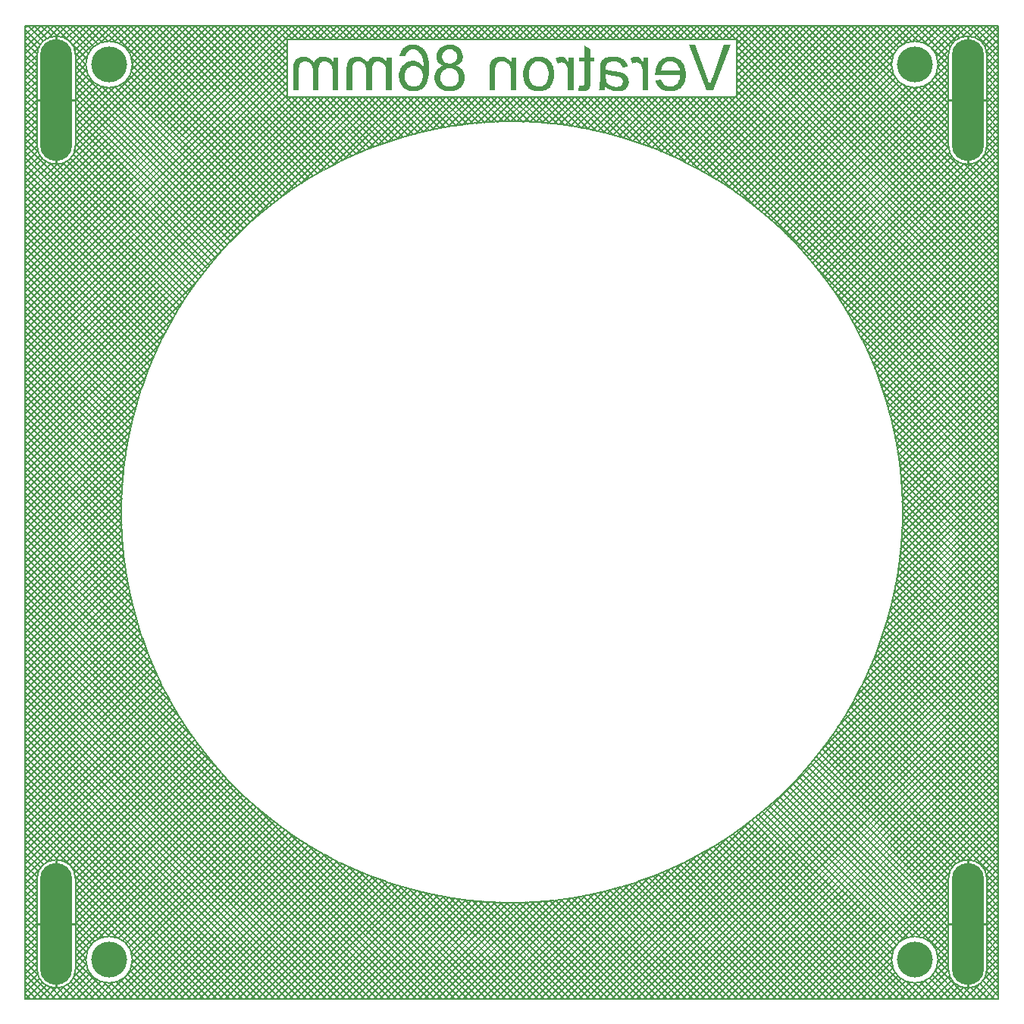
<source format=gbl>
G04*
G04 #@! TF.GenerationSoftware,Altium Limited,Altium Designer,25.8.1 (18)*
G04*
G04 Layer_Physical_Order=2*
G04 Layer_Color=16711680*
%FSLAX44Y44*%
%MOMM*%
G71*
G04*
G04 #@! TF.SameCoordinates,4FFDB260-A846-4069-A827-DA597DF3DEC8*
G04*
G04*
G04 #@! TF.FilePolarity,Positive*
G04*
G01*
G75*
%ADD12C,0.2032*%
%ADD13C,0.2540*%
%ADD14O,3.6000X13.6000*%
%ADD15C,4.0000*%
G36*
X-149762Y508774D02*
X-148485Y508552D01*
X-147374Y508329D01*
X-146374Y507996D01*
X-145596Y507718D01*
X-145263Y507552D01*
X-144985Y507441D01*
X-144763Y507329D01*
X-144596Y507218D01*
X-144541Y507163D01*
X-144485D01*
X-143430Y506496D01*
X-142541Y505774D01*
X-141763Y505052D01*
X-141096Y504330D01*
X-140541Y503719D01*
X-140152Y503219D01*
X-139930Y502886D01*
X-139819Y502830D01*
Y507996D01*
X-134208D01*
Y470833D01*
X-140485D01*
Y490109D01*
Y491053D01*
X-140541Y491887D01*
X-140597Y492720D01*
X-140652Y493442D01*
X-140708Y494164D01*
X-140819Y494775D01*
X-140874Y495331D01*
X-140985Y495886D01*
X-141096Y496331D01*
X-141152Y496720D01*
X-141263Y497053D01*
X-141319Y497331D01*
X-141374Y497553D01*
X-141430Y497719D01*
X-141485Y497775D01*
Y497831D01*
X-141930Y498775D01*
X-142430Y499608D01*
X-142985Y500330D01*
X-143541Y500886D01*
X-143985Y501386D01*
X-144374Y501663D01*
X-144652Y501886D01*
X-144763Y501941D01*
X-145652Y502441D01*
X-146485Y502774D01*
X-147318Y503052D01*
X-148096Y503219D01*
X-148762Y503330D01*
X-149262Y503386D01*
X-149707D01*
X-150929Y503274D01*
X-151984Y503052D01*
X-152817Y502719D01*
X-153540Y502330D01*
X-154040Y501941D01*
X-154428Y501608D01*
X-154651Y501386D01*
X-154706Y501275D01*
X-155206Y500386D01*
X-155595Y499386D01*
X-155873Y498330D01*
X-156095Y497331D01*
X-156206Y496386D01*
Y495997D01*
X-156262Y495664D01*
Y495331D01*
Y495108D01*
Y494997D01*
Y494942D01*
Y470833D01*
X-162539D01*
Y492387D01*
X-162594Y493442D01*
X-162650Y494386D01*
X-162761Y495331D01*
X-162927Y496164D01*
X-163150Y496886D01*
X-163372Y497608D01*
X-163594Y498219D01*
X-163872Y498775D01*
X-164094Y499219D01*
X-164316Y499664D01*
X-164538Y499997D01*
X-164761Y500275D01*
X-164927Y500497D01*
X-165038Y500663D01*
X-165149Y500719D01*
Y500775D01*
X-165650Y501219D01*
X-166205Y501663D01*
X-167260Y502275D01*
X-168371Y502774D01*
X-169427Y503052D01*
X-170316Y503274D01*
X-170704Y503330D01*
X-171038D01*
X-171316Y503386D01*
X-171704D01*
X-172482Y503330D01*
X-173204Y503219D01*
X-173871Y503052D01*
X-174426Y502886D01*
X-174871Y502663D01*
X-175204Y502497D01*
X-175426Y502386D01*
X-175482Y502330D01*
X-176037Y501941D01*
X-176537Y501497D01*
X-176870Y501052D01*
X-177204Y500608D01*
X-177426Y500219D01*
X-177593Y499941D01*
X-177704Y499719D01*
Y499664D01*
X-177926Y498941D01*
X-178037Y498108D01*
X-178148Y497219D01*
X-178259Y496331D01*
Y495497D01*
X-178315Y494831D01*
Y494609D01*
Y494386D01*
Y494275D01*
Y494220D01*
Y470833D01*
X-184592D01*
Y496331D01*
X-184536Y497497D01*
X-184481Y498553D01*
X-184314Y499552D01*
X-184148Y500497D01*
X-183925Y501330D01*
X-183648Y502108D01*
X-183370Y502774D01*
X-183092Y503386D01*
X-182814Y503941D01*
X-182537Y504441D01*
X-182314Y504830D01*
X-182037Y505163D01*
X-181870Y505385D01*
X-181703Y505552D01*
X-181648Y505663D01*
X-181592Y505718D01*
X-181037Y506274D01*
X-180370Y506774D01*
X-179704Y507163D01*
X-179037Y507496D01*
X-177593Y508052D01*
X-176259Y508441D01*
X-175593Y508552D01*
X-174982Y508663D01*
X-174482Y508718D01*
X-173982Y508774D01*
X-173649Y508829D01*
X-173093D01*
X-171815Y508774D01*
X-170593Y508552D01*
X-169427Y508218D01*
X-168316Y507829D01*
X-167316Y507329D01*
X-166372Y506774D01*
X-165483Y506163D01*
X-164705Y505607D01*
X-163983Y504996D01*
X-163372Y504385D01*
X-162816Y503830D01*
X-162428Y503330D01*
X-162039Y502941D01*
X-161817Y502608D01*
X-161650Y502386D01*
X-161594Y502330D01*
X-161094Y503441D01*
X-160539Y504385D01*
X-159928Y505163D01*
X-159317Y505885D01*
X-158706Y506385D01*
X-158261Y506774D01*
X-157928Y507052D01*
X-157872Y507107D01*
X-157817D01*
X-156762Y507663D01*
X-155651Y508107D01*
X-154539Y508385D01*
X-153484Y508607D01*
X-152540Y508718D01*
X-152151Y508774D01*
X-151762Y508829D01*
X-151095D01*
X-149762Y508774D01*
D02*
G37*
G36*
X-209423D02*
X-208145Y508552D01*
X-207034Y508329D01*
X-206034Y507996D01*
X-205257Y507718D01*
X-204923Y507552D01*
X-204645Y507441D01*
X-204423Y507329D01*
X-204257Y507218D01*
X-204201Y507163D01*
X-204146D01*
X-203090Y506496D01*
X-202201Y505774D01*
X-201423Y505052D01*
X-200757Y504330D01*
X-200201Y503719D01*
X-199813Y503219D01*
X-199590Y502886D01*
X-199479Y502830D01*
Y507996D01*
X-193869D01*
Y470833D01*
X-200146D01*
Y490109D01*
Y491053D01*
X-200201Y491887D01*
X-200257Y492720D01*
X-200313Y493442D01*
X-200368Y494164D01*
X-200479Y494775D01*
X-200535Y495331D01*
X-200646Y495886D01*
X-200757Y496331D01*
X-200812Y496720D01*
X-200924Y497053D01*
X-200979Y497331D01*
X-201035Y497553D01*
X-201090Y497719D01*
X-201146Y497775D01*
Y497831D01*
X-201590Y498775D01*
X-202090Y499608D01*
X-202646Y500330D01*
X-203201Y500886D01*
X-203645Y501386D01*
X-204034Y501663D01*
X-204312Y501886D01*
X-204423Y501941D01*
X-205312Y502441D01*
X-206145Y502774D01*
X-206978Y503052D01*
X-207756Y503219D01*
X-208423Y503330D01*
X-208923Y503386D01*
X-209367D01*
X-210589Y503274D01*
X-211645Y503052D01*
X-212478Y502719D01*
X-213200Y502330D01*
X-213700Y501941D01*
X-214089Y501608D01*
X-214311Y501386D01*
X-214367Y501275D01*
X-214867Y500386D01*
X-215255Y499386D01*
X-215533Y498330D01*
X-215755Y497331D01*
X-215867Y496386D01*
Y495997D01*
X-215922Y495664D01*
Y495331D01*
Y495108D01*
Y494997D01*
Y494942D01*
Y470833D01*
X-222199D01*
Y492387D01*
X-222255Y493442D01*
X-222310Y494386D01*
X-222421Y495331D01*
X-222588Y496164D01*
X-222810Y496886D01*
X-223032Y497608D01*
X-223255Y498219D01*
X-223532Y498775D01*
X-223755Y499219D01*
X-223977Y499664D01*
X-224199Y499997D01*
X-224421Y500275D01*
X-224588Y500497D01*
X-224699Y500663D01*
X-224810Y500719D01*
Y500775D01*
X-225310Y501219D01*
X-225865Y501663D01*
X-226921Y502275D01*
X-228032Y502774D01*
X-229087Y503052D01*
X-229976Y503274D01*
X-230365Y503330D01*
X-230698D01*
X-230976Y503386D01*
X-231365D01*
X-232143Y503330D01*
X-232865Y503219D01*
X-233531Y503052D01*
X-234087Y502886D01*
X-234531Y502663D01*
X-234865Y502497D01*
X-235087Y502386D01*
X-235142Y502330D01*
X-235698Y501941D01*
X-236198Y501497D01*
X-236531Y501052D01*
X-236864Y500608D01*
X-237087Y500219D01*
X-237253Y499941D01*
X-237364Y499719D01*
Y499664D01*
X-237586Y498941D01*
X-237698Y498108D01*
X-237809Y497219D01*
X-237920Y496331D01*
Y495497D01*
X-237975Y494831D01*
Y494609D01*
Y494386D01*
Y494275D01*
Y494220D01*
Y470833D01*
X-244252D01*
Y496331D01*
X-244197Y497497D01*
X-244141Y498553D01*
X-243975Y499552D01*
X-243808Y500497D01*
X-243586Y501330D01*
X-243308Y502108D01*
X-243030Y502774D01*
X-242753Y503386D01*
X-242475Y503941D01*
X-242197Y504441D01*
X-241975Y504830D01*
X-241697Y505163D01*
X-241530Y505385D01*
X-241364Y505552D01*
X-241308Y505663D01*
X-241253Y505718D01*
X-240697Y506274D01*
X-240031Y506774D01*
X-239364Y507163D01*
X-238697Y507496D01*
X-237253Y508052D01*
X-235920Y508441D01*
X-235253Y508552D01*
X-234642Y508663D01*
X-234142Y508718D01*
X-233642Y508774D01*
X-233309Y508829D01*
X-232754D01*
X-231476Y508774D01*
X-230254Y508552D01*
X-229087Y508218D01*
X-227976Y507829D01*
X-226977Y507329D01*
X-226032Y506774D01*
X-225143Y506163D01*
X-224366Y505607D01*
X-223643Y504996D01*
X-223032Y504385D01*
X-222477Y503830D01*
X-222088Y503330D01*
X-221699Y502941D01*
X-221477Y502608D01*
X-221310Y502386D01*
X-221255Y502330D01*
X-220755Y503441D01*
X-220199Y504385D01*
X-219588Y505163D01*
X-218977Y505885D01*
X-218366Y506385D01*
X-217922Y506774D01*
X-217589Y507052D01*
X-217533Y507107D01*
X-217477D01*
X-216422Y507663D01*
X-215311Y508107D01*
X-214200Y508385D01*
X-213145Y508607D01*
X-212200Y508718D01*
X-211811Y508774D01*
X-211423Y508829D01*
X-210756D01*
X-209423Y508774D01*
D02*
G37*
G36*
X-109322Y522217D02*
X-107933Y521995D01*
X-106600Y521717D01*
X-105378Y521328D01*
X-104211Y520884D01*
X-103156Y520384D01*
X-102156Y519884D01*
X-101267Y519328D01*
X-100490Y518773D01*
X-99823Y518273D01*
X-99212Y517773D01*
X-98767Y517328D01*
X-98379Y516940D01*
X-98101Y516662D01*
X-97934Y516440D01*
X-97879Y516384D01*
X-96934Y515051D01*
X-96046Y513551D01*
X-95323Y511885D01*
X-94712Y510163D01*
X-94157Y508385D01*
X-93713Y506607D01*
X-93379Y504830D01*
X-93046Y503052D01*
X-92824Y501386D01*
X-92657Y499830D01*
X-92546Y498442D01*
X-92490Y497219D01*
X-92435Y496664D01*
Y496219D01*
X-92379Y495775D01*
Y495442D01*
Y495164D01*
Y494942D01*
Y494831D01*
Y494775D01*
X-92435Y492387D01*
X-92601Y490165D01*
X-92824Y488109D01*
X-93157Y486221D01*
X-93546Y484498D01*
X-93935Y482943D01*
X-94379Y481554D01*
X-94879Y480332D01*
X-95323Y479221D01*
X-95768Y478277D01*
X-96157Y477499D01*
X-96545Y476888D01*
X-96879Y476388D01*
X-97101Y476055D01*
X-97268Y475833D01*
X-97323Y475777D01*
X-98268Y474777D01*
X-99323Y473889D01*
X-100323Y473111D01*
X-101434Y472444D01*
X-102489Y471889D01*
X-103545Y471389D01*
X-104600Y471055D01*
X-105600Y470722D01*
X-106545Y470500D01*
X-107378Y470333D01*
X-108155Y470167D01*
X-108822Y470111D01*
X-109377Y470056D01*
X-109822Y470000D01*
X-110155D01*
X-111822Y470111D01*
X-113377Y470333D01*
X-114821Y470667D01*
X-116044Y471111D01*
X-116544Y471278D01*
X-117043Y471500D01*
X-117432Y471666D01*
X-117766Y471833D01*
X-118043Y471944D01*
X-118265Y472055D01*
X-118377Y472166D01*
X-118432D01*
X-119710Y473055D01*
X-120876Y474111D01*
X-121876Y475166D01*
X-122654Y476166D01*
X-123321Y477110D01*
X-123543Y477499D01*
X-123765Y477832D01*
X-123932Y478110D01*
X-124043Y478332D01*
X-124154Y478444D01*
Y478499D01*
X-124876Y480110D01*
X-125376Y481665D01*
X-125765Y483165D01*
X-125987Y484554D01*
X-126098Y485165D01*
X-126154Y485776D01*
X-126209Y486276D01*
Y486665D01*
X-126265Y487054D01*
Y487276D01*
Y487443D01*
Y487498D01*
X-126209Y488831D01*
X-126098Y490109D01*
X-125876Y491331D01*
X-125598Y492442D01*
X-125209Y493498D01*
X-124876Y494497D01*
X-124431Y495386D01*
X-124043Y496219D01*
X-123654Y496942D01*
X-123209Y497608D01*
X-122876Y498164D01*
X-122543Y498608D01*
X-122210Y498997D01*
X-121987Y499219D01*
X-121876Y499386D01*
X-121821Y499441D01*
X-120987Y500275D01*
X-120099Y500997D01*
X-119210Y501608D01*
X-118265Y502163D01*
X-117377Y502608D01*
X-116488Y502997D01*
X-115599Y503274D01*
X-114821Y503552D01*
X-114044Y503719D01*
X-113322Y503885D01*
X-112711Y503941D01*
X-112155Y504052D01*
X-111711D01*
X-111377Y504108D01*
X-111100D01*
X-109766Y504052D01*
X-108489Y503830D01*
X-107322Y503552D01*
X-106267Y503274D01*
X-105378Y502941D01*
X-105045Y502774D01*
X-104711Y502663D01*
X-104489Y502552D01*
X-104323Y502441D01*
X-104211Y502386D01*
X-104156D01*
X-102989Y501663D01*
X-101934Y500886D01*
X-100990Y500052D01*
X-100156Y499219D01*
X-99545Y498442D01*
X-99045Y497831D01*
X-98879Y497608D01*
X-98767Y497442D01*
X-98659Y497333D01*
X-98656Y497275D01*
Y497331D01*
X-98659Y497333D01*
X-98712Y498664D01*
X-98767Y499997D01*
X-98823Y501219D01*
X-98934Y502330D01*
X-99101Y503386D01*
X-99268Y504385D01*
X-99379Y505274D01*
X-99545Y506052D01*
X-99712Y506718D01*
X-99879Y507329D01*
X-100045Y507885D01*
X-100156Y508274D01*
X-100267Y508607D01*
X-100379Y508885D01*
X-100434Y508996D01*
Y509052D01*
X-101156Y510496D01*
X-101878Y511773D01*
X-102656Y512884D01*
X-103434Y513773D01*
X-104100Y514495D01*
X-104600Y514995D01*
X-104822Y515162D01*
X-104989Y515273D01*
X-105045Y515384D01*
X-105100D01*
X-105989Y515940D01*
X-106878Y516384D01*
X-107767Y516662D01*
X-108600Y516884D01*
X-109322Y516995D01*
X-109933Y517106D01*
X-110433D01*
X-111100Y517051D01*
X-111766Y516995D01*
X-112988Y516662D01*
X-114099Y516273D01*
X-114988Y515773D01*
X-115766Y515273D01*
X-116321Y514829D01*
X-116488Y514662D01*
X-116655Y514495D01*
X-116710Y514440D01*
X-116766Y514384D01*
X-117321Y513662D01*
X-117766Y512829D01*
X-118210Y511940D01*
X-118543Y511051D01*
X-118821Y510274D01*
X-118988Y509607D01*
X-119043Y509329D01*
X-119099Y509163D01*
X-119154Y509052D01*
Y508996D01*
X-125431Y509496D01*
X-125265Y510607D01*
X-124987Y511607D01*
X-124709Y512551D01*
X-124376Y513440D01*
X-123987Y514273D01*
X-123598Y515051D01*
X-123209Y515773D01*
X-122821Y516384D01*
X-122432Y516940D01*
X-122043Y517440D01*
X-121710Y517884D01*
X-121376Y518217D01*
X-121154Y518495D01*
X-120932Y518662D01*
X-120821Y518773D01*
X-120765Y518828D01*
X-119987Y519439D01*
X-119210Y519939D01*
X-118432Y520439D01*
X-117599Y520828D01*
X-116710Y521161D01*
X-115932Y521439D01*
X-114321Y521828D01*
X-113599Y521995D01*
X-112933Y522106D01*
X-112322Y522161D01*
X-111822Y522217D01*
X-111433Y522272D01*
X-110822D01*
X-109322Y522217D01*
D02*
G37*
G36*
X114488Y508774D02*
X116099Y508607D01*
X117543Y508385D01*
X118210Y508274D01*
X118765Y508163D01*
X119321Y508052D01*
X119821Y507940D01*
X120210Y507829D01*
X120543Y507718D01*
X120821Y507607D01*
X121043Y507552D01*
X121154Y507496D01*
X121210D01*
X122487Y506941D01*
X123598Y506330D01*
X124543Y505718D01*
X125320Y505107D01*
X125931Y504552D01*
X126376Y504108D01*
X126654Y503830D01*
X126765Y503774D01*
Y503719D01*
X127431Y502774D01*
X127987Y501719D01*
X128431Y500663D01*
X128820Y499664D01*
X129098Y498775D01*
X129209Y498386D01*
X129320Y498053D01*
X129375Y497775D01*
X129431Y497553D01*
X129487Y497442D01*
Y497386D01*
X123321Y496553D01*
X123098Y497275D01*
X122876Y497942D01*
X122432Y499053D01*
X121876Y500052D01*
X121376Y500775D01*
X120932Y501330D01*
X120543Y501774D01*
X120321Y501997D01*
X120210Y502052D01*
X119321Y502552D01*
X118265Y502941D01*
X117210Y503219D01*
X116155Y503441D01*
X115155Y503552D01*
X114766D01*
X114377Y503608D01*
X113655D01*
X111988Y503497D01*
X110544Y503274D01*
X109322Y502941D01*
X108322Y502552D01*
X107544Y502108D01*
X107267Y501941D01*
X106989Y501774D01*
X106767Y501663D01*
X106656Y501552D01*
X106545Y501441D01*
X105934Y500775D01*
X105489Y499941D01*
X105156Y499053D01*
X104934Y498164D01*
X104823Y497331D01*
X104711Y496664D01*
Y496442D01*
Y496219D01*
Y496108D01*
Y496053D01*
Y495886D01*
Y495664D01*
Y495108D01*
X104767Y494886D01*
Y494664D01*
Y494497D01*
Y494442D01*
X105489Y494220D01*
X106267Y493997D01*
X107156Y493775D01*
X108044Y493553D01*
X109878Y493164D01*
X111711Y492831D01*
X112599Y492720D01*
X113377Y492609D01*
X114099Y492498D01*
X114766Y492387D01*
X115266Y492331D01*
X115655Y492276D01*
X115877Y492220D01*
X115988D01*
X117321Y492053D01*
X118432Y491887D01*
X119432Y491720D01*
X120210Y491609D01*
X120821Y491442D01*
X121265Y491387D01*
X121487Y491276D01*
X121599D01*
X122487Y490998D01*
X123376Y490665D01*
X124154Y490331D01*
X124820Y489998D01*
X125376Y489720D01*
X125765Y489442D01*
X126042Y489276D01*
X126154Y489220D01*
X126876Y488665D01*
X127487Y488109D01*
X128042Y487498D01*
X128487Y486943D01*
X128876Y486387D01*
X129153Y485998D01*
X129320Y485721D01*
X129375Y485610D01*
X129764Y484721D01*
X130098Y483887D01*
X130320Y483054D01*
X130431Y482276D01*
X130542Y481610D01*
X130598Y481054D01*
Y480721D01*
Y480666D01*
Y480610D01*
X130542Y479777D01*
X130431Y478943D01*
X130320Y478166D01*
X130098Y477444D01*
X129542Y476110D01*
X128931Y475055D01*
X128653Y474555D01*
X128376Y474166D01*
X128098Y473777D01*
X127820Y473500D01*
X127598Y473278D01*
X127487Y473111D01*
X127376Y473000D01*
X127320Y472944D01*
X126654Y472444D01*
X125987Y472000D01*
X125209Y471555D01*
X124487Y471222D01*
X122932Y470722D01*
X121376Y470389D01*
X120710Y470222D01*
X120043Y470167D01*
X119432Y470111D01*
X118932Y470056D01*
X118543Y470000D01*
X117932D01*
X116544Y470056D01*
X115266Y470167D01*
X114099Y470389D01*
X113044Y470611D01*
X112211Y470833D01*
X111822Y470944D01*
X111544Y471055D01*
X111322Y471111D01*
X111155Y471167D01*
X111044Y471222D01*
X110989D01*
X109766Y471778D01*
X108544Y472389D01*
X107433Y473111D01*
X106378Y473833D01*
X105489Y474444D01*
X105156Y474777D01*
X104823Y475000D01*
X104545Y475222D01*
X104378Y475388D01*
X104267Y475444D01*
X104212Y475499D01*
X104100Y474500D01*
X103934Y473611D01*
X103712Y472833D01*
X103489Y472166D01*
X103323Y471611D01*
X103156Y471167D01*
X103045Y470944D01*
X102989Y470833D01*
X96434D01*
X96823Y471611D01*
X97157Y472444D01*
X97434Y473166D01*
X97657Y473833D01*
X97823Y474444D01*
X97934Y474888D01*
X97990Y475166D01*
Y475277D01*
X98045Y475777D01*
X98101Y476444D01*
X98156Y477166D01*
X98212Y477999D01*
X98268Y478888D01*
Y479832D01*
X98323Y481721D01*
Y482610D01*
X98379Y483499D01*
Y484276D01*
Y484999D01*
Y485554D01*
Y485998D01*
Y486276D01*
Y486387D01*
Y494775D01*
Y495553D01*
Y496219D01*
X98434Y496831D01*
Y497442D01*
X98490Y498442D01*
X98545Y499219D01*
X98601Y499830D01*
X98657Y500219D01*
X98712Y500497D01*
Y500552D01*
X98934Y501497D01*
X99268Y502330D01*
X99601Y503052D01*
X99934Y503663D01*
X100212Y504163D01*
X100490Y504552D01*
X100656Y504774D01*
X100712Y504830D01*
X101323Y505441D01*
X101989Y505996D01*
X102712Y506496D01*
X103434Y506885D01*
X104100Y507218D01*
X104600Y507441D01*
X104823Y507552D01*
X104989Y507607D01*
X105045Y507663D01*
X105100D01*
X106267Y508052D01*
X107544Y508329D01*
X108822Y508552D01*
X110044Y508663D01*
X111100Y508774D01*
X111600D01*
X111988Y508829D01*
X112766D01*
X114488Y508774D01*
D02*
G37*
G36*
X224477Y470833D02*
X217477D01*
X197480Y522106D01*
X204368D01*
X218200Y484832D01*
X218755Y483276D01*
X219311Y481777D01*
X219811Y480332D01*
X220199Y479055D01*
X220366Y478499D01*
X220533Y477999D01*
X220644Y477555D01*
X220755Y477166D01*
X220866Y476888D01*
X220922Y476610D01*
X220977Y476499D01*
Y476444D01*
X221422Y477944D01*
X221866Y479444D01*
X222310Y480832D01*
X222699Y482110D01*
X222921Y482721D01*
X223088Y483221D01*
X223255Y483665D01*
X223366Y484054D01*
X223477Y484387D01*
X223588Y484610D01*
X223643Y484776D01*
Y484832D01*
X236975Y522106D01*
X244364D01*
X224477Y470833D01*
D02*
G37*
G36*
X87602Y517162D02*
Y507996D01*
X92268D01*
Y503108D01*
X87602D01*
Y481665D01*
Y480666D01*
X87547Y479721D01*
Y478888D01*
X87491Y478110D01*
X87435Y477444D01*
X87380Y476833D01*
X87324Y476277D01*
X87213Y475833D01*
X87158Y475444D01*
X87102Y475111D01*
X87047Y474833D01*
X86991Y474611D01*
X86936Y474333D01*
X86880Y474222D01*
X86547Y473611D01*
X86158Y473055D01*
X85713Y472555D01*
X85269Y472166D01*
X84825Y471833D01*
X84491Y471611D01*
X84269Y471444D01*
X84213Y471389D01*
X83436Y471055D01*
X82603Y470778D01*
X81714Y470611D01*
X80825Y470444D01*
X80047Y470389D01*
X79436Y470333D01*
X78881D01*
X77214Y470444D01*
X76437Y470500D01*
X75714Y470611D01*
X75048Y470722D01*
X74548Y470778D01*
X74215Y470889D01*
X74103D01*
X74937Y476444D01*
X75548Y476388D01*
X76103Y476333D01*
X76603Y476277D01*
X76992D01*
X77325Y476222D01*
X78270D01*
X78714Y476277D01*
X79047Y476388D01*
X79381Y476444D01*
X79603Y476555D01*
X79770Y476610D01*
X79881Y476666D01*
X79936D01*
X80381Y477055D01*
X80714Y477444D01*
X80936Y477777D01*
X80992Y477832D01*
Y477888D01*
X81103Y478277D01*
X81158Y478777D01*
X81269Y479332D01*
Y479888D01*
X81325Y480443D01*
Y480888D01*
Y481221D01*
Y481277D01*
Y481332D01*
Y503108D01*
X74937D01*
Y507996D01*
X81325D01*
Y520939D01*
X87602Y517162D01*
D02*
G37*
G36*
X178315Y508774D02*
X179704Y508607D01*
X180926Y508329D01*
X182148Y507996D01*
X183259Y507607D01*
X184314Y507163D01*
X185259Y506718D01*
X186092Y506218D01*
X186870Y505718D01*
X187536Y505274D01*
X188147Y504830D01*
X188592Y504441D01*
X188980Y504108D01*
X189258Y503830D01*
X189425Y503663D01*
X189480Y503608D01*
X190314Y502608D01*
X191036Y501497D01*
X191702Y500330D01*
X192258Y499164D01*
X192702Y497942D01*
X193091Y496720D01*
X193424Y495553D01*
X193647Y494386D01*
X193869Y493331D01*
X193980Y492276D01*
X194091Y491387D01*
X194202Y490609D01*
Y489942D01*
X194258Y489442D01*
Y489165D01*
Y489054D01*
X194202Y487387D01*
X194035Y485832D01*
X193813Y484387D01*
X193535Y483054D01*
X193147Y481777D01*
X192758Y480610D01*
X192313Y479555D01*
X191869Y478610D01*
X191480Y477777D01*
X191036Y477055D01*
X190647Y476444D01*
X190258Y475944D01*
X189980Y475499D01*
X189758Y475222D01*
X189592Y475055D01*
X189536Y475000D01*
X188592Y474111D01*
X187592Y473333D01*
X186592Y472666D01*
X185481Y472111D01*
X184425Y471611D01*
X183314Y471222D01*
X182259Y470889D01*
X181259Y470611D01*
X180315Y470444D01*
X179426Y470278D01*
X178648Y470167D01*
X177926Y470056D01*
X177370D01*
X176926Y470000D01*
X176593D01*
X175426Y470056D01*
X174260Y470111D01*
X173204Y470278D01*
X172204Y470500D01*
X171260Y470722D01*
X170427Y471000D01*
X169594Y471278D01*
X168871Y471555D01*
X168205Y471833D01*
X167649Y472111D01*
X167149Y472389D01*
X166705Y472611D01*
X166427Y472833D01*
X166150Y473000D01*
X166038Y473055D01*
X165983Y473111D01*
X165205Y473722D01*
X164538Y474389D01*
X163927Y475111D01*
X163316Y475833D01*
X162316Y477333D01*
X161539Y478721D01*
X161261Y479388D01*
X160983Y479999D01*
X160761Y480555D01*
X160595Y481054D01*
X160428Y481443D01*
X160317Y481721D01*
X160261Y481943D01*
Y481999D01*
X166816Y482832D01*
X167372Y481443D01*
X168038Y480221D01*
X168705Y479166D01*
X169316Y478388D01*
X169871Y477721D01*
X170316Y477277D01*
X170593Y477055D01*
X170649Y476944D01*
X170705D01*
X171649Y476333D01*
X172649Y475944D01*
X173649Y475611D01*
X174538Y475388D01*
X175371Y475277D01*
X176037Y475222D01*
X176259Y475166D01*
X176593D01*
X177426Y475222D01*
X178259Y475333D01*
X179037Y475444D01*
X179759Y475666D01*
X181092Y476166D01*
X182203Y476777D01*
X182703Y477055D01*
X183148Y477388D01*
X183481Y477666D01*
X183814Y477888D01*
X184037Y478110D01*
X184203Y478277D01*
X184314Y478332D01*
X184370Y478388D01*
X184925Y479055D01*
X185425Y479721D01*
X185814Y480499D01*
X186203Y481221D01*
X186814Y482832D01*
X187258Y484332D01*
X187425Y485054D01*
X187536Y485721D01*
X187647Y486276D01*
X187703Y486832D01*
X187758Y487220D01*
X187814Y487554D01*
Y487776D01*
Y487831D01*
X160095D01*
X160039Y488554D01*
Y489109D01*
Y489387D01*
Y489498D01*
X160095Y491165D01*
X160261Y492720D01*
X160483Y494220D01*
X160761Y495608D01*
X161150Y496886D01*
X161539Y498053D01*
X161983Y499108D01*
X162372Y500052D01*
X162817Y500886D01*
X163261Y501663D01*
X163650Y502275D01*
X164039Y502774D01*
X164316Y503219D01*
X164538Y503497D01*
X164705Y503663D01*
X164761Y503719D01*
X165650Y504608D01*
X166649Y505385D01*
X167649Y506107D01*
X168649Y506663D01*
X169649Y507163D01*
X170705Y507607D01*
X171649Y507940D01*
X172593Y508218D01*
X173482Y508385D01*
X174315Y508552D01*
X175037Y508663D01*
X175704Y508774D01*
X176204D01*
X176593Y508829D01*
X176926D01*
X178315Y508774D01*
D02*
G37*
G36*
X139486D02*
X140263Y508607D01*
X140930Y508441D01*
X141541Y508218D01*
X141985Y507940D01*
X142374Y507774D01*
X142596Y507607D01*
X142708Y507552D01*
X143041Y507274D01*
X143430Y506941D01*
X144096Y506218D01*
X144763Y505330D01*
X145374Y504441D01*
X145929Y503663D01*
X146318Y502941D01*
X146485Y502719D01*
X146596Y502497D01*
X146707Y502386D01*
Y507996D01*
X152373D01*
Y470833D01*
X146096D01*
Y490276D01*
X146040Y491720D01*
X145929Y493109D01*
X145763Y494331D01*
X145596Y495442D01*
X145429Y496331D01*
X145318Y496720D01*
X145263Y497053D01*
X145207Y497275D01*
X145152Y497442D01*
X145096Y497553D01*
Y497608D01*
X144763Y498386D01*
X144430Y499108D01*
X144041Y499664D01*
X143652Y500164D01*
X143319Y500552D01*
X143041Y500830D01*
X142819Y500997D01*
X142763Y501052D01*
X142096Y501497D01*
X141485Y501774D01*
X140874Y501997D01*
X140263Y502163D01*
X139763Y502275D01*
X139375Y502330D01*
X139041D01*
X138152Y502275D01*
X137319Y502108D01*
X136541Y501886D01*
X135875Y501663D01*
X135264Y501386D01*
X134819Y501163D01*
X134542Y500997D01*
X134431Y500941D01*
X132208Y506774D01*
X133431Y507441D01*
X134653Y507940D01*
X135708Y508329D01*
X136708Y508552D01*
X137541Y508718D01*
X137875Y508774D01*
X138152D01*
X138375Y508829D01*
X138708D01*
X139486Y508774D01*
D02*
G37*
G36*
X55939D02*
X56716Y508607D01*
X57383Y508441D01*
X57994Y508218D01*
X58438Y507940D01*
X58827Y507774D01*
X59050Y507607D01*
X59161Y507552D01*
X59494Y507274D01*
X59883Y506941D01*
X60549Y506218D01*
X61216Y505330D01*
X61827Y504441D01*
X62382Y503663D01*
X62771Y502941D01*
X62938Y502719D01*
X63049Y502497D01*
X63160Y502386D01*
Y507996D01*
X68826D01*
Y470833D01*
X62549D01*
Y490276D01*
X62494Y491720D01*
X62382Y493109D01*
X62216Y494331D01*
X62049Y495442D01*
X61883Y496331D01*
X61771Y496720D01*
X61716Y497053D01*
X61660Y497275D01*
X61605Y497442D01*
X61549Y497553D01*
Y497608D01*
X61216Y498386D01*
X60883Y499108D01*
X60494Y499664D01*
X60105Y500164D01*
X59772Y500552D01*
X59494Y500830D01*
X59272Y500997D01*
X59216Y501052D01*
X58549Y501497D01*
X57938Y501774D01*
X57327Y501997D01*
X56716Y502163D01*
X56216Y502275D01*
X55828Y502330D01*
X55494D01*
X54605Y502275D01*
X53772Y502108D01*
X52994Y501886D01*
X52328Y501663D01*
X51717Y501386D01*
X51273Y501163D01*
X50995Y500997D01*
X50884Y500941D01*
X48662Y506774D01*
X49884Y507441D01*
X51106Y507940D01*
X52161Y508329D01*
X53161Y508552D01*
X53994Y508718D01*
X54328Y508774D01*
X54605D01*
X54828Y508829D01*
X55161D01*
X55939Y508774D01*
D02*
G37*
G36*
X-10943D02*
X-9610Y508552D01*
X-8388Y508274D01*
X-7221Y507885D01*
X-6166Y507385D01*
X-5222Y506885D01*
X-4333Y506330D01*
X-3555Y505774D01*
X-2833Y505163D01*
X-2222Y504608D01*
X-1722Y504108D01*
X-1333Y503608D01*
X-1000Y503219D01*
X-722Y502941D01*
X-611Y502719D01*
X-556Y502663D01*
Y507996D01*
X5111D01*
Y470833D01*
X-1167D01*
Y491109D01*
X-1222Y492387D01*
X-1278Y493609D01*
X-1444Y494664D01*
X-1611Y495664D01*
X-1833Y496553D01*
X-2055Y497331D01*
X-2333Y498053D01*
X-2611Y498664D01*
X-2889Y499219D01*
X-3166Y499664D01*
X-3388Y499997D01*
X-3611Y500330D01*
X-3777Y500552D01*
X-3944Y500719D01*
X-4000Y500775D01*
X-4055Y500830D01*
X-4611Y501275D01*
X-5222Y501663D01*
X-6388Y502330D01*
X-7555Y502774D01*
X-8610Y503052D01*
X-9554Y503274D01*
X-9999Y503330D01*
X-10332D01*
X-10610Y503386D01*
X-10999D01*
X-11943Y503330D01*
X-12776Y503219D01*
X-13499Y502997D01*
X-14165Y502830D01*
X-14665Y502608D01*
X-15054Y502386D01*
X-15332Y502275D01*
X-15387Y502219D01*
X-16054Y501774D01*
X-16609Y501275D01*
X-17054Y500775D01*
X-17387Y500275D01*
X-17665Y499830D01*
X-17831Y499497D01*
X-17943Y499275D01*
X-17998Y499164D01*
X-18276Y498386D01*
X-18442Y497497D01*
X-18609Y496553D01*
X-18665Y495608D01*
X-18720Y494775D01*
X-18776Y494386D01*
Y494053D01*
Y493831D01*
Y493609D01*
Y493498D01*
Y493442D01*
Y470833D01*
X-25053D01*
Y493664D01*
Y494442D01*
Y495164D01*
X-24997Y495886D01*
Y496497D01*
X-24942Y497053D01*
Y497553D01*
X-24886Y498386D01*
X-24775Y498997D01*
X-24720Y499441D01*
X-24664Y499719D01*
Y499775D01*
X-24442Y500775D01*
X-24109Y501663D01*
X-23831Y502441D01*
X-23498Y503108D01*
X-23164Y503663D01*
X-22942Y504108D01*
X-22775Y504330D01*
X-22720Y504441D01*
X-22164Y505163D01*
X-21498Y505774D01*
X-20776Y506274D01*
X-20109Y506774D01*
X-19442Y507107D01*
X-18943Y507385D01*
X-18609Y507552D01*
X-18554Y507607D01*
X-18498D01*
X-17443Y507996D01*
X-16387Y508329D01*
X-15332Y508552D01*
X-14387Y508663D01*
X-13554Y508774D01*
X-13221D01*
X-12888Y508829D01*
X-12332D01*
X-10943Y508774D01*
D02*
G37*
G36*
X31163D02*
X32386Y508663D01*
X33497Y508441D01*
X34608Y508163D01*
X35663Y507885D01*
X36607Y507496D01*
X37496Y507163D01*
X38274Y506774D01*
X39051Y506385D01*
X39663Y505996D01*
X40218Y505607D01*
X40718Y505330D01*
X41051Y505052D01*
X41329Y504830D01*
X41496Y504719D01*
X41551Y504663D01*
X42551Y503663D01*
X43440Y502608D01*
X44218Y501441D01*
X44884Y500219D01*
X45384Y498941D01*
X45884Y497664D01*
X46273Y496386D01*
X46551Y495164D01*
X46773Y493997D01*
X46995Y492942D01*
X47106Y491942D01*
X47162Y491053D01*
X47217Y490387D01*
X47273Y489831D01*
Y489498D01*
Y489442D01*
Y489387D01*
X47217Y487665D01*
X47051Y486054D01*
X46828Y484554D01*
X46551Y483165D01*
X46162Y481888D01*
X45773Y480721D01*
X45329Y479666D01*
X44884Y478666D01*
X44440Y477832D01*
X43995Y477055D01*
X43607Y476444D01*
X43218Y475944D01*
X42940Y475499D01*
X42718Y475222D01*
X42551Y475055D01*
X42496Y475000D01*
X41551Y474111D01*
X40551Y473333D01*
X39551Y472666D01*
X38496Y472111D01*
X37441Y471611D01*
X36385Y471222D01*
X35385Y470889D01*
X34385Y470611D01*
X33441Y470444D01*
X32608Y470278D01*
X31830Y470167D01*
X31163Y470056D01*
X30608D01*
X30219Y470000D01*
X29886D01*
X28108Y470111D01*
X26442Y470333D01*
X24942Y470722D01*
X24220Y470889D01*
X23609Y471111D01*
X22998Y471333D01*
X22498Y471500D01*
X22053Y471722D01*
X21664Y471889D01*
X21331Y472000D01*
X21109Y472111D01*
X20998Y472222D01*
X20942D01*
X19498Y473166D01*
X18220Y474166D01*
X17165Y475222D01*
X16276Y476277D01*
X15554Y477166D01*
X15276Y477610D01*
X15054Y477944D01*
X14887Y478221D01*
X14776Y478444D01*
X14665Y478555D01*
Y478610D01*
X14276Y479444D01*
X13943Y480277D01*
X13388Y482110D01*
X12999Y483999D01*
X12776Y485776D01*
X12665Y486609D01*
X12610Y487387D01*
X12554Y488109D01*
Y488720D01*
X12499Y489220D01*
Y489554D01*
Y489831D01*
Y489887D01*
X12554Y491498D01*
X12721Y493053D01*
X12943Y494497D01*
X13276Y495831D01*
X13610Y497053D01*
X14054Y498164D01*
X14498Y499219D01*
X14943Y500164D01*
X15387Y500997D01*
X15832Y501719D01*
X16276Y502330D01*
X16609Y502830D01*
X16943Y503274D01*
X17165Y503552D01*
X17332Y503719D01*
X17387Y503774D01*
X18332Y504663D01*
X19331Y505441D01*
X20331Y506107D01*
X21387Y506718D01*
X22442Y507163D01*
X23442Y507607D01*
X24497Y507940D01*
X25442Y508218D01*
X26386Y508385D01*
X27219Y508552D01*
X27942Y508663D01*
X28608Y508774D01*
X29164D01*
X29553Y508829D01*
X29886D01*
X31163Y508774D01*
D02*
G37*
G36*
X-68271Y522217D02*
X-67104Y522106D01*
X-66049Y521939D01*
X-64993Y521661D01*
X-64049Y521384D01*
X-63216Y521050D01*
X-62382Y520717D01*
X-61660Y520384D01*
X-60994Y519995D01*
X-60438Y519661D01*
X-59938Y519328D01*
X-59549Y519050D01*
X-59216Y518773D01*
X-58994Y518606D01*
X-58883Y518495D01*
X-58827Y518439D01*
X-58105Y517717D01*
X-57494Y516940D01*
X-56994Y516162D01*
X-56494Y515384D01*
X-56105Y514551D01*
X-55827Y513773D01*
X-55550Y513051D01*
X-55328Y512329D01*
X-55161Y511607D01*
X-55050Y510996D01*
X-54939Y510440D01*
X-54883Y509996D01*
Y509607D01*
X-54828Y509274D01*
Y509107D01*
Y509052D01*
X-54883Y507718D01*
X-55105Y506496D01*
X-55439Y505385D01*
X-55772Y504441D01*
X-56105Y503719D01*
X-56439Y503163D01*
X-56550Y502941D01*
X-56661Y502774D01*
X-56716Y502719D01*
Y502663D01*
X-57494Y501719D01*
X-58438Y500941D01*
X-59383Y500219D01*
X-60327Y499664D01*
X-61160Y499219D01*
X-61549Y498997D01*
X-61883Y498886D01*
X-62105Y498775D01*
X-62327Y498664D01*
X-62438Y498608D01*
X-62494D01*
X-60827Y498053D01*
X-59383Y497386D01*
X-58161Y496608D01*
X-57161Y495831D01*
X-56716Y495497D01*
X-56328Y495108D01*
X-55994Y494831D01*
X-55772Y494553D01*
X-55550Y494331D01*
X-55383Y494164D01*
X-55328Y494053D01*
X-55272Y493997D01*
X-54828Y493331D01*
X-54439Y492664D01*
X-53828Y491276D01*
X-53383Y489887D01*
X-53106Y488609D01*
X-52994Y487998D01*
X-52883Y487443D01*
X-52828Y486943D01*
Y486498D01*
X-52772Y486165D01*
Y485887D01*
Y485721D01*
Y485665D01*
X-52828Y484443D01*
X-52994Y483276D01*
X-53217Y482110D01*
X-53494Y481054D01*
X-53828Y480110D01*
X-54217Y479166D01*
X-54661Y478332D01*
X-55105Y477555D01*
X-55494Y476833D01*
X-55939Y476222D01*
X-56328Y475722D01*
X-56661Y475277D01*
X-56939Y474888D01*
X-57161Y474666D01*
X-57327Y474500D01*
X-57383Y474444D01*
X-58272Y473666D01*
X-59272Y473000D01*
X-60272Y472389D01*
X-61271Y471889D01*
X-62327Y471444D01*
X-63327Y471111D01*
X-64327Y470778D01*
X-65271Y470555D01*
X-66160Y470389D01*
X-66993Y470222D01*
X-67771Y470111D01*
X-68382Y470056D01*
X-68937D01*
X-69326Y470000D01*
X-69659D01*
X-71048Y470056D01*
X-72381Y470167D01*
X-73604Y470389D01*
X-74770Y470722D01*
X-75826Y471055D01*
X-76825Y471389D01*
X-77770Y471833D01*
X-78603Y472222D01*
X-79325Y472611D01*
X-79992Y473055D01*
X-80547Y473389D01*
X-81047Y473777D01*
X-81380Y474055D01*
X-81658Y474277D01*
X-81825Y474389D01*
X-81880Y474444D01*
X-82714Y475277D01*
X-83436Y476222D01*
X-84047Y477110D01*
X-84602Y478055D01*
X-85047Y478999D01*
X-85436Y479888D01*
X-85713Y480777D01*
X-85991Y481665D01*
X-86158Y482443D01*
X-86324Y483165D01*
X-86380Y483832D01*
X-86491Y484387D01*
Y484887D01*
X-86547Y485221D01*
Y485443D01*
Y485498D01*
Y486387D01*
X-86435Y487220D01*
X-86158Y488776D01*
X-85769Y490165D01*
X-85324Y491331D01*
X-85047Y491831D01*
X-84824Y492276D01*
X-84602Y492664D01*
X-84436Y492998D01*
X-84269Y493275D01*
X-84158Y493442D01*
X-84102Y493553D01*
X-84047Y493609D01*
X-83047Y494831D01*
X-81880Y495831D01*
X-80714Y496720D01*
X-79547Y497386D01*
X-78492Y497942D01*
X-78047Y498164D01*
X-77659Y498330D01*
X-77325Y498442D01*
X-77103Y498553D01*
X-76936Y498608D01*
X-76881D01*
X-78214Y499219D01*
X-79381Y499830D01*
X-80325Y500552D01*
X-81158Y501163D01*
X-81769Y501774D01*
X-82214Y502219D01*
X-82436Y502552D01*
X-82547Y502608D01*
Y502663D01*
X-83158Y503719D01*
X-83658Y504774D01*
X-83991Y505830D01*
X-84213Y506774D01*
X-84325Y507607D01*
X-84380Y507996D01*
X-84436Y508274D01*
Y508552D01*
Y508718D01*
Y508829D01*
Y508885D01*
X-84380Y509885D01*
X-84269Y510885D01*
X-84047Y511829D01*
X-83769Y512718D01*
X-83491Y513551D01*
X-83158Y514329D01*
X-82769Y515051D01*
X-82380Y515718D01*
X-81992Y516273D01*
X-81603Y516828D01*
X-81269Y517273D01*
X-80992Y517662D01*
X-80714Y517939D01*
X-80492Y518162D01*
X-80380Y518273D01*
X-80325Y518328D01*
X-79547Y519050D01*
X-78658Y519606D01*
X-77825Y520162D01*
X-76881Y520606D01*
X-75992Y520995D01*
X-75103Y521328D01*
X-74215Y521550D01*
X-73381Y521772D01*
X-72548Y521939D01*
X-71826Y522050D01*
X-71159Y522161D01*
X-70604Y522217D01*
X-70159Y522272D01*
X-69493D01*
X-68271Y522217D01*
D02*
G37*
%LPC*%
G36*
X-109433Y498553D02*
X-109822D01*
X-110600Y498497D01*
X-111377Y498442D01*
X-112766Y498053D01*
X-113988Y497553D01*
X-115044Y496997D01*
X-115877Y496442D01*
X-116210Y496164D01*
X-116488Y495942D01*
X-116710Y495720D01*
X-116877Y495553D01*
X-116932Y495497D01*
X-116988Y495442D01*
X-117488Y494831D01*
X-117932Y494220D01*
X-118321Y493553D01*
X-118654Y492831D01*
X-119154Y491442D01*
X-119488Y490109D01*
X-119599Y489498D01*
X-119654Y488942D01*
X-119710Y488443D01*
X-119765Y487998D01*
X-119821Y487609D01*
Y487332D01*
Y487165D01*
Y487109D01*
X-119765Y486110D01*
X-119710Y485165D01*
X-119543Y484221D01*
X-119376Y483387D01*
X-119154Y482610D01*
X-118932Y481888D01*
X-118654Y481221D01*
X-118377Y480666D01*
X-118099Y480110D01*
X-117821Y479666D01*
X-117599Y479277D01*
X-117377Y478943D01*
X-117210Y478666D01*
X-117043Y478499D01*
X-116988Y478388D01*
X-116932Y478332D01*
X-116377Y477777D01*
X-115821Y477277D01*
X-115266Y476888D01*
X-114655Y476499D01*
X-114099Y476222D01*
X-113488Y475944D01*
X-112433Y475555D01*
X-111488Y475333D01*
X-111100Y475277D01*
X-110711Y475222D01*
X-110433Y475166D01*
X-110044D01*
X-109044Y475222D01*
X-108044Y475388D01*
X-107156Y475666D01*
X-106378Y475944D01*
X-105711Y476222D01*
X-105211Y476499D01*
X-104878Y476666D01*
X-104822Y476722D01*
X-104767D01*
X-103878Y477388D01*
X-103156Y478110D01*
X-102489Y478832D01*
X-101934Y479555D01*
X-101489Y480221D01*
X-101212Y480721D01*
X-101101Y480943D01*
X-100990Y481110D01*
X-100934Y481166D01*
Y481221D01*
X-100490Y482332D01*
X-100156Y483443D01*
X-99934Y484498D01*
X-99767Y485443D01*
X-99656Y486276D01*
Y486609D01*
X-99601Y486887D01*
Y487109D01*
Y487276D01*
Y487387D01*
Y487443D01*
X-99656Y488331D01*
X-99712Y489220D01*
X-100045Y490776D01*
X-100545Y492164D01*
X-100823Y492775D01*
X-101101Y493275D01*
X-101323Y493775D01*
X-101601Y494220D01*
X-101878Y494609D01*
X-102100Y494886D01*
X-102267Y495108D01*
X-102434Y495275D01*
X-102489Y495386D01*
X-102545Y495442D01*
X-103100Y495997D01*
X-103712Y496497D01*
X-104323Y496886D01*
X-104934Y497219D01*
X-106156Y497775D01*
X-107322Y498164D01*
X-108322Y498386D01*
X-108766Y498442D01*
X-109100Y498497D01*
X-109433Y498553D01*
D02*
G37*
G36*
X104767Y489498D02*
X104711D01*
X104767Y487165D01*
X104823Y485721D01*
X104934Y484443D01*
X105100Y483332D01*
X105267Y482443D01*
X105434Y481777D01*
X105600Y481277D01*
X105711Y480999D01*
X105767Y480888D01*
X106322Y479888D01*
X106989Y479055D01*
X107655Y478277D01*
X108322Y477666D01*
X108989Y477166D01*
X109489Y476777D01*
X109822Y476555D01*
X109878Y476499D01*
X109933D01*
X111044Y475999D01*
X112155Y475611D01*
X113210Y475333D01*
X114266Y475166D01*
X115099Y475055D01*
X115488Y475000D01*
X115821Y474944D01*
X116432D01*
X117710Y475000D01*
X118821Y475222D01*
X119821Y475499D01*
X120599Y475777D01*
X121210Y476110D01*
X121654Y476333D01*
X121876Y476555D01*
X121987Y476610D01*
X122598Y477277D01*
X123098Y477944D01*
X123432Y478666D01*
X123654Y479332D01*
X123765Y479888D01*
X123820Y480388D01*
X123876Y480666D01*
Y480777D01*
X123820Y481388D01*
X123765Y481943D01*
X123598Y482443D01*
X123432Y482888D01*
X123321Y483276D01*
X123154Y483554D01*
X123098Y483721D01*
X123043Y483776D01*
X122654Y484276D01*
X122265Y484665D01*
X121876Y484999D01*
X121432Y485332D01*
X121099Y485554D01*
X120821Y485721D01*
X120599Y485776D01*
X120543Y485832D01*
X119821Y486110D01*
X118988Y486332D01*
X118099Y486554D01*
X117210Y486721D01*
X116377Y486887D01*
X115655Y486998D01*
X115433Y487054D01*
X115210Y487109D01*
X115044D01*
X113766Y487276D01*
X112599Y487498D01*
X111544Y487665D01*
X110544Y487887D01*
X109600Y488109D01*
X108766Y488276D01*
X107989Y488498D01*
X107267Y488665D01*
X106711Y488831D01*
X106156Y488998D01*
X105711Y489109D01*
X105378Y489276D01*
X105100Y489387D01*
X104878Y489442D01*
X104767Y489498D01*
D02*
G37*
G36*
X177370Y503663D02*
X176926D01*
X176037Y503608D01*
X175204Y503497D01*
X174426Y503330D01*
X173704Y503108D01*
X172371Y502497D01*
X171760Y502163D01*
X171204Y501830D01*
X170760Y501497D01*
X170316Y501163D01*
X169927Y500830D01*
X169649Y500552D01*
X169427Y500330D01*
X169205Y500164D01*
X169149Y500052D01*
X169094Y499997D01*
X168427Y499053D01*
X167871Y497942D01*
X167483Y496775D01*
X167149Y495608D01*
X166927Y494609D01*
X166872Y494164D01*
X166816Y493775D01*
X166761Y493442D01*
X166705Y493220D01*
Y493053D01*
Y492998D01*
X187481D01*
X187369Y493886D01*
X187258Y494720D01*
X186870Y496219D01*
X186314Y497553D01*
X186036Y498164D01*
X185759Y498664D01*
X185481Y499164D01*
X185203Y499552D01*
X184925Y499886D01*
X184703Y500219D01*
X184536Y500441D01*
X184370Y500608D01*
X184314Y500663D01*
X184259Y500719D01*
X183703Y501219D01*
X183092Y501719D01*
X182481Y502108D01*
X181870Y502441D01*
X180592Y502941D01*
X179481Y503274D01*
X178426Y503497D01*
X178037Y503552D01*
X177648Y503608D01*
X177370Y503663D01*
D02*
G37*
G36*
X30330Y503608D02*
X29886D01*
X29053Y503552D01*
X28219Y503441D01*
X27442Y503274D01*
X26720Y503052D01*
X25386Y502497D01*
X24220Y501830D01*
X23775Y501497D01*
X23331Y501163D01*
X22998Y500886D01*
X22664Y500608D01*
X22442Y500386D01*
X22276Y500219D01*
X22164Y500108D01*
X22109Y500052D01*
X21553Y499330D01*
X21053Y498608D01*
X20665Y497775D01*
X20276Y496942D01*
X19942Y496053D01*
X19720Y495164D01*
X19331Y493498D01*
X19220Y492720D01*
X19109Y491998D01*
X19054Y491331D01*
X18998Y490720D01*
X18943Y490276D01*
Y489887D01*
Y489665D01*
Y489609D01*
X18998Y488276D01*
X19054Y487054D01*
X19220Y485887D01*
X19442Y484832D01*
X19665Y483832D01*
X19942Y482943D01*
X20220Y482110D01*
X20498Y481443D01*
X20831Y480777D01*
X21109Y480221D01*
X21387Y479777D01*
X21609Y479388D01*
X21831Y479110D01*
X21998Y478888D01*
X22053Y478777D01*
X22109Y478721D01*
X22720Y478110D01*
X23331Y477555D01*
X23997Y477055D01*
X24609Y476666D01*
X25275Y476333D01*
X25942Y476055D01*
X27164Y475611D01*
X28219Y475333D01*
X28719Y475277D01*
X29108Y475222D01*
X29441Y475166D01*
X29886D01*
X30775Y475222D01*
X31552Y475333D01*
X32386Y475499D01*
X33108Y475722D01*
X34441Y476277D01*
X35552Y476944D01*
X36052Y477221D01*
X36496Y477555D01*
X36830Y477832D01*
X37163Y478110D01*
X37385Y478332D01*
X37552Y478499D01*
X37663Y478610D01*
X37718Y478666D01*
X38274Y479388D01*
X38718Y480166D01*
X39163Y480999D01*
X39496Y481832D01*
X40051Y483610D01*
X40440Y485387D01*
X40551Y486165D01*
X40662Y486943D01*
X40718Y487609D01*
X40774Y488220D01*
X40829Y488720D01*
Y489054D01*
Y489331D01*
Y489387D01*
X40774Y490665D01*
X40718Y491887D01*
X40551Y492998D01*
X40329Y494053D01*
X40107Y494997D01*
X39829Y495886D01*
X39551Y496664D01*
X39274Y497386D01*
X38996Y497997D01*
X38718Y498553D01*
X38440Y498997D01*
X38218Y499386D01*
X37996Y499664D01*
X37829Y499886D01*
X37774Y499997D01*
X37718Y500052D01*
X37107Y500663D01*
X36496Y501219D01*
X35830Y501719D01*
X35163Y502108D01*
X34497Y502441D01*
X33885Y502719D01*
X32608Y503163D01*
X31552Y503441D01*
X31052Y503497D01*
X30663Y503552D01*
X30330Y503608D01*
D02*
G37*
G36*
X-69271Y517106D02*
X-70271D01*
X-70882Y516995D01*
X-72048Y516717D01*
X-73103Y516329D01*
X-73937Y515940D01*
X-74659Y515495D01*
X-75159Y515107D01*
X-75492Y514829D01*
X-75603Y514773D01*
Y514718D01*
X-76048Y514273D01*
X-76381Y513773D01*
X-76992Y512829D01*
X-77436Y511829D01*
X-77714Y510940D01*
X-77881Y510107D01*
X-77936Y509496D01*
X-77992Y509218D01*
Y509052D01*
Y508940D01*
Y508885D01*
X-77881Y507718D01*
X-77603Y506663D01*
X-77270Y505663D01*
X-76825Y504885D01*
X-76381Y504219D01*
X-76048Y503719D01*
X-75770Y503441D01*
X-75659Y503330D01*
X-74714Y502552D01*
X-73715Y501997D01*
X-72715Y501608D01*
X-71770Y501330D01*
X-70937Y501163D01*
X-70604Y501108D01*
X-70271D01*
X-69993Y501052D01*
X-69659D01*
X-68326Y501163D01*
X-67104Y501386D01*
X-66049Y501774D01*
X-65215Y502219D01*
X-64493Y502608D01*
X-63993Y502997D01*
X-63660Y503219D01*
X-63549Y503330D01*
X-62771Y504219D01*
X-62216Y505219D01*
X-61827Y506218D01*
X-61549Y507163D01*
X-61382Y507996D01*
X-61327Y508329D01*
Y508663D01*
X-61271Y508940D01*
Y509107D01*
Y509218D01*
Y509274D01*
X-61382Y510440D01*
X-61660Y511496D01*
X-61994Y512440D01*
X-62438Y513218D01*
X-62882Y513884D01*
X-63216Y514384D01*
X-63493Y514662D01*
X-63604Y514773D01*
X-64549Y515551D01*
X-65549Y516106D01*
X-66549Y516551D01*
X-67493Y516828D01*
X-68326Y516995D01*
X-68715Y517051D01*
X-68993D01*
X-69271Y517106D01*
D02*
G37*
G36*
X-69048Y495886D02*
X-69493D01*
X-70326Y495831D01*
X-71104Y495775D01*
X-72604Y495442D01*
X-73881Y494942D01*
X-74992Y494386D01*
X-75437Y494109D01*
X-75881Y493831D01*
X-76214Y493609D01*
X-76492Y493331D01*
X-76770Y493164D01*
X-76936Y492998D01*
X-76992Y492942D01*
X-77048Y492887D01*
X-77603Y492331D01*
X-78047Y491720D01*
X-78492Y491109D01*
X-78825Y490498D01*
X-79381Y489220D01*
X-79714Y488054D01*
X-79936Y486998D01*
X-79992Y486554D01*
X-80047Y486165D01*
X-80103Y485832D01*
Y485610D01*
Y485443D01*
Y485387D01*
X-80047Y484554D01*
X-79992Y483776D01*
X-79658Y482388D01*
X-79158Y481110D01*
X-78658Y480055D01*
X-78381Y479610D01*
X-78103Y479221D01*
X-77825Y478888D01*
X-77603Y478555D01*
X-77436Y478332D01*
X-77270Y478166D01*
X-77214Y478110D01*
X-77159Y478055D01*
X-76603Y477555D01*
X-75992Y477110D01*
X-75381Y476722D01*
X-74770Y476388D01*
X-73492Y475888D01*
X-72326Y475555D01*
X-71270Y475333D01*
X-70826Y475277D01*
X-70437Y475222D01*
X-70104Y475166D01*
X-69659D01*
X-68604Y475222D01*
X-67604Y475388D01*
X-66660Y475611D01*
X-65882Y475833D01*
X-65160Y476055D01*
X-64660Y476277D01*
X-64327Y476444D01*
X-64271Y476499D01*
X-64215D01*
X-63327Y477055D01*
X-62549Y477721D01*
X-61938Y478332D01*
X-61382Y478943D01*
X-60994Y479499D01*
X-60660Y479999D01*
X-60494Y480277D01*
X-60438Y480388D01*
X-60049Y481332D01*
X-59716Y482276D01*
X-59494Y483165D01*
X-59383Y483943D01*
X-59272Y484610D01*
X-59216Y485165D01*
Y485498D01*
Y485554D01*
Y485610D01*
X-59272Y486443D01*
X-59327Y487165D01*
X-59661Y488609D01*
X-60105Y489887D01*
X-60660Y490942D01*
X-60938Y491387D01*
X-61216Y491776D01*
X-61438Y492109D01*
X-61660Y492442D01*
X-61827Y492664D01*
X-61994Y492831D01*
X-62049Y492887D01*
X-62105Y492942D01*
X-62660Y493442D01*
X-63271Y493942D01*
X-63882Y494331D01*
X-64493Y494664D01*
X-65715Y495164D01*
X-66882Y495497D01*
X-67937Y495720D01*
X-68382Y495775D01*
X-68771Y495831D01*
X-69048Y495886D01*
D02*
G37*
%LPD*%
D12*
X530556Y510000D02*
G03*
X487444Y510000I-21556J0D01*
G01*
X476016Y500000D02*
G03*
X476016Y500000I-26016J0D01*
G01*
X487444Y410000D02*
G03*
X530556Y410000I21556J0D01*
G01*
Y-410000D02*
G03*
X487444Y-410000I-21556J0D01*
G01*
Y-510000D02*
G03*
X530556Y-510000I21556J0D01*
G01*
X476016Y-500000D02*
G03*
X476016Y-500000I-26016J0D01*
G01*
X-423984Y500000D02*
G03*
X-423984Y500000I-26016J0D01*
G01*
X-487444Y510000D02*
G03*
X-530556Y510000I-21556J0D01*
G01*
Y410000D02*
G03*
X-487444Y410000I21556J0D01*
G01*
X-423984Y-500000D02*
G03*
X-423984Y-500000I-26016J0D01*
G01*
X-487444Y-410000D02*
G03*
X-530556Y-410000I-21556J0D01*
G01*
Y-510000D02*
G03*
X-487444Y-510000I21556J0D01*
G01*
X529652Y543607D02*
X543607Y529652D01*
X536836Y543607D02*
X543607Y536836D01*
X522467Y543607D02*
X543607Y522467D01*
X521345Y527671D02*
X537282Y543607D01*
X510788Y531482D02*
X522913Y543607D01*
X502753Y530631D02*
X515729Y543607D01*
X516645Y530155D02*
X530098Y543607D01*
X528078Y520035D02*
X543607Y535564D01*
X525144Y524285D02*
X543607Y542748D01*
X530017Y514790D02*
X543607Y528380D01*
X515283Y543607D02*
X543607Y515283D01*
X525144Y524285D02*
X543607Y542748D01*
X472178Y543607D02*
X492235Y523550D01*
X464789Y521404D02*
X486992Y543607D01*
X464994D02*
X489472Y519129D01*
X460154Y523953D02*
X479808Y543607D01*
X454619Y525603D02*
X472624Y543607D01*
X457809D02*
X487757Y513660D01*
X500915Y543607D02*
X513425Y531097D01*
X493731Y543607D02*
X505993Y531345D01*
X486546Y543607D02*
X500391Y529762D01*
X479362Y543607D02*
X495872Y527097D01*
X468679Y518109D02*
X494177Y543607D01*
X471860Y514106D02*
X501361Y543607D01*
X530556Y493776D02*
X543607Y506828D01*
X530556Y500960D02*
X543607Y514012D01*
X530556Y506782D02*
X543607Y493731D01*
X508099Y543607D02*
X543607Y508099D01*
X530556Y508145D02*
X543607Y521196D01*
X530097Y514425D02*
X543607Y500915D01*
X530556Y472224D02*
X543607Y485275D01*
X530556Y492413D02*
X543607Y479362D01*
X530556Y485229D02*
X543607Y472178D01*
X530556Y499598D02*
X543607Y486546D01*
X530556Y486592D02*
X543607Y499643D01*
X530556Y479408D02*
X543607Y492459D01*
X487444Y410000D02*
Y510000D01*
X530556Y410000D02*
Y510000D01*
X474281Y509343D02*
X508545Y543607D01*
X475760Y503638D02*
X488369Y516247D01*
X475775Y496469D02*
X487444Y508138D01*
X475825Y496855D02*
X487444Y485236D01*
X475677Y504187D02*
X487444Y492420D01*
X474433Y491063D02*
X487444Y478052D01*
X472076Y486235D02*
X487444Y470868D01*
X470597Y484106D02*
X487444Y500954D01*
X468951Y482176D02*
X487444Y463683D01*
X447751Y525919D02*
X465440Y543607D01*
X437421Y522773D02*
X458256Y543607D01*
X443441D02*
X487444Y499604D01*
X450625Y543607D02*
X487444Y506788D01*
X436257Y543607D02*
X454187Y525677D01*
X429073Y543607D02*
X446855Y525825D01*
X258695Y351231D02*
X451071Y543607D01*
X364415D02*
X487444Y420578D01*
X357230Y543607D02*
X487444Y413394D01*
X342862Y543607D02*
X543607Y342862D01*
X350046Y543607D02*
X487858Y405796D01*
X335678Y543607D02*
X543607Y335678D01*
X414704Y543607D02*
X436235Y522076D01*
X407520Y543607D02*
X432176Y518951D01*
X400336Y543607D02*
X428826Y515117D01*
X371599Y543607D02*
X426623Y488583D01*
X393152Y543607D02*
X426216Y510543D01*
X246048Y360136D02*
X429519Y543607D01*
X421888D02*
X441063Y524433D01*
X274881Y338680D02*
X426047Y489846D01*
X278787Y335402D02*
X428596Y485211D01*
X254499Y354219D02*
X443887Y543607D01*
X250273Y357178D02*
X436703Y543607D01*
X262760Y348112D02*
X427227Y512579D01*
X263836Y543607D02*
X543607Y263836D01*
X271020Y543607D02*
X543607Y271020D01*
X256651Y543607D02*
X543607Y256651D01*
X242283Y543607D02*
X543607Y242283D01*
X249467Y543607D02*
X543607Y249467D01*
X251016Y527690D02*
X543607Y235099D01*
X251016Y491769D02*
X543607Y199178D01*
X251016Y498953D02*
X543607Y206362D01*
X251016Y484585D02*
X543607Y191994D01*
X251016Y513322D02*
X543607Y220730D01*
X251016Y520506D02*
X543607Y227915D01*
X251016Y506138D02*
X543607Y213546D01*
X321309Y543607D02*
X543607Y321309D01*
X328494Y543607D02*
X543607Y328494D01*
X314125Y543607D02*
X543607Y314125D01*
X299757Y543607D02*
X543607Y299757D01*
X306941Y543607D02*
X543607Y306941D01*
X292573Y543607D02*
X543607Y292572D01*
X308823Y307964D02*
X487444Y486585D01*
X305231Y311556D02*
X487444Y493769D01*
X308823Y307964D02*
X487444Y486585D01*
X285388Y543607D02*
X543607Y285388D01*
X282694Y332124D02*
X431891Y481321D01*
X278204Y543607D02*
X543607Y278204D01*
X530556Y449308D02*
X543607Y436257D01*
X530556Y436302D02*
X543607Y449354D01*
X530556Y442124D02*
X543607Y429073D01*
X530556Y429118D02*
X543607Y442169D01*
X530556Y443487D02*
X543607Y456538D01*
X530556Y463676D02*
X543607Y450625D01*
X530556Y456492D02*
X543607Y443441D01*
X530556Y427756D02*
X543607Y414704D01*
X530556Y414750D02*
X543607Y427801D01*
X530556Y420571D02*
X543607Y407520D01*
X530556Y434940D02*
X543607Y421888D01*
X530556Y421934D02*
X543607Y434985D01*
X530400Y407409D02*
X543607Y420617D01*
X530556Y478045D02*
X543607Y464994D01*
X530556Y465039D02*
X543607Y478091D01*
X465117Y478826D02*
X487444Y456499D01*
X455088Y474486D02*
X487444Y442131D01*
X460543Y476216D02*
X487444Y449315D01*
X438583Y476623D02*
X487444Y427762D01*
X530556Y470861D02*
X543607Y457809D01*
X530556Y457855D02*
X543607Y470906D01*
X530556Y450671D02*
X543607Y463722D01*
X448354Y474036D02*
X487444Y434946D01*
X413325Y139466D02*
X543607Y269748D01*
X411435Y144761D02*
X543607Y276933D01*
X415048Y134004D02*
X543607Y262564D01*
X407601Y155295D02*
X543607Y291301D01*
X405597Y160475D02*
X543607Y298485D01*
X409518Y150028D02*
X543607Y284117D01*
X423084Y106120D02*
X543607Y226643D01*
X421566Y111786D02*
X543607Y233827D01*
X424480Y100332D02*
X543607Y219459D01*
X418492Y123080D02*
X543607Y248196D01*
X416770Y128542D02*
X543607Y255380D01*
X420048Y117452D02*
X543607Y241012D01*
X530268Y406490D02*
X543607Y393152D01*
X530556Y413387D02*
X543607Y400336D01*
X528583Y400991D02*
X543607Y385967D01*
X525843Y396547D02*
X543607Y378783D01*
X517731Y390291D02*
X543607Y364415D01*
X522227Y392979D02*
X543607Y371599D01*
X512161Y388677D02*
X543607Y357230D01*
X401389Y170635D02*
X543607Y312854D01*
X504795Y388858D02*
X543607Y350046D01*
X403493Y165555D02*
X543607Y305669D01*
X348857Y261788D02*
X489008Y401939D01*
X345738Y265853D02*
X487569Y407684D01*
X369334Y231976D02*
X543607Y406249D01*
X366539Y236364D02*
X543607Y413433D01*
X339464Y273947D02*
X487444Y421927D01*
X336186Y277853D02*
X487444Y429112D01*
X342619Y269918D02*
X487444Y414743D01*
X363743Y240753D02*
X511591Y388600D01*
X360844Y245038D02*
X504686Y388880D01*
X372130Y227587D02*
X543607Y399064D01*
X354926Y253489D02*
X495025Y393588D01*
X351968Y257714D02*
X491570Y397317D01*
X357885Y249263D02*
X499348Y390726D01*
X301624Y315133D02*
X465894Y479403D01*
X297888Y318582D02*
X453531Y474225D01*
X312415Y304372D02*
X487444Y479401D01*
X290390Y325453D02*
X440657Y475719D01*
X286600Y328846D02*
X435894Y478140D01*
X294139Y322017D02*
X446362Y474240D01*
X329630Y285666D02*
X487444Y443480D01*
X326274Y289494D02*
X487444Y450664D01*
X332908Y281760D02*
X487444Y436296D01*
X319403Y296992D02*
X487444Y465033D01*
X315968Y300741D02*
X487444Y472217D01*
X322839Y293243D02*
X487444Y457848D01*
X242880Y463984D02*
X543607Y163257D01*
X250064Y463984D02*
X543607Y170441D01*
X235696Y463984D02*
X543607Y156073D01*
X221327Y463984D02*
X543607Y141704D01*
X228512Y463984D02*
X543607Y148888D01*
X214143Y463984D02*
X543607Y134520D01*
X206959Y463984D02*
X543607Y127336D01*
X399266Y175696D02*
X543607Y320038D01*
X199775Y463984D02*
X543607Y120151D01*
X185406Y463984D02*
X543607Y105783D01*
X192591Y463984D02*
X543607Y112967D01*
X178222Y463984D02*
X543607Y98599D01*
X380067Y213972D02*
X543607Y377512D01*
X377438Y218526D02*
X543607Y384696D01*
X382682Y209402D02*
X543607Y370327D01*
X251016Y477401D02*
X543607Y184809D01*
X374808Y223081D02*
X543607Y391880D01*
X251016Y470216D02*
X543607Y177625D01*
X394714Y185513D02*
X543607Y334406D01*
X392430Y190413D02*
X543607Y341591D01*
X396999Y180614D02*
X543607Y327222D01*
X387601Y199953D02*
X543607Y355959D01*
X385141Y204677D02*
X543607Y363143D01*
X390060Y195228D02*
X543607Y348775D01*
X213546Y543607D02*
X228810Y528344D01*
X213097D02*
X228361Y543607D01*
X220730D02*
X235994Y528344D01*
X220282D02*
X235545Y543607D01*
X205913Y528344D02*
X221176Y543607D01*
X199178D02*
X214441Y528344D01*
X206362Y543607D02*
X221625Y528344D01*
X241834D02*
X257098Y543607D01*
X235099D02*
X250362Y528344D01*
X249018D02*
X264282Y543607D01*
X227915D02*
X243178Y528344D01*
X227466D02*
X242729Y543607D01*
X234650Y528344D02*
X249913Y543607D01*
X170441D02*
X185704Y528344D01*
X169992D02*
X185256Y543607D01*
X177176Y528344D02*
X192440Y543607D01*
X162808Y528344D02*
X178071Y543607D01*
X156073D02*
X171336Y528344D01*
X163257Y543607D02*
X178520Y528344D01*
X191994Y543607D02*
X207257Y528344D01*
X191545D02*
X206808Y543607D01*
X198729Y528344D02*
X213992Y543607D01*
X184361Y528344D02*
X199624Y543607D01*
X177625D02*
X192889Y528344D01*
X184809Y543607D02*
X200073Y528344D01*
X219615Y376809D02*
X386413Y543607D01*
X215061Y379439D02*
X379229Y543607D01*
X224170Y374179D02*
X393598Y543607D01*
X205807Y384553D02*
X364861Y543607D01*
X201082Y387013D02*
X357677Y543607D01*
X210506Y382068D02*
X372045Y543607D01*
X385967D02*
X424486Y505088D01*
X378783Y543607D02*
X424036Y498354D01*
X241802Y363074D02*
X422335Y543607D01*
X233025Y368666D02*
X407966Y543607D01*
X228636Y371462D02*
X400782Y543607D01*
X237413Y365870D02*
X415150Y543607D01*
X251016Y494420D02*
X300203Y543607D01*
X251016Y501605D02*
X293019Y543607D01*
X251016Y487236D02*
X307387Y543607D01*
X251016Y515973D02*
X278650Y543607D01*
X251016Y523157D02*
X271466Y543607D01*
X251016Y508789D02*
X285834Y543607D01*
X251016Y472868D02*
X321755Y543607D01*
X251016Y480052D02*
X314571Y543607D01*
X251016Y465684D02*
X328940Y543607D01*
X191584Y391883D02*
X343308Y543607D01*
X186685Y394168D02*
X336124Y543607D01*
X196357Y389472D02*
X350492Y543607D01*
X33941D02*
X49204Y528344D01*
X33492D02*
X48755Y543607D01*
X41125D02*
X56389Y528344D01*
X40676D02*
X55940Y543607D01*
X26308Y528344D02*
X41571Y543607D01*
X19572D02*
X34836Y528344D01*
X26757Y543607D02*
X42020Y528344D01*
X62229D02*
X77492Y543607D01*
X55494D02*
X70757Y528344D01*
X62678Y543607D02*
X77941Y528344D01*
X48309Y543607D02*
X63573Y528344D01*
X47860D02*
X63124Y543607D01*
X55045Y528344D02*
X70308Y543607D01*
X-9164D02*
X6099Y528344D01*
X-9613D02*
X5650Y543607D01*
X-2429Y528344D02*
X12834Y543607D01*
X-16797Y528344D02*
X-1534Y543607D01*
X-23533D02*
X-8269Y528344D01*
X-16349Y543607D02*
X-1085Y528344D01*
X12388Y543607D02*
X27652Y528344D01*
X11939D02*
X27203Y543607D01*
X19124Y528344D02*
X34387Y543607D01*
X4755Y528344D02*
X20019Y543607D01*
X-1980D02*
X13283Y528344D01*
X5204Y543607D02*
X20467Y528344D01*
X126887D02*
X142150Y543607D01*
X120152D02*
X135415Y528344D01*
X127336Y543607D02*
X142599Y528344D01*
X112967Y543607D02*
X128231Y528344D01*
X112518D02*
X127782Y543607D01*
X119703Y528344D02*
X134966Y543607D01*
X148440Y528344D02*
X163703Y543607D01*
X141704D02*
X156967Y528344D01*
X155624D02*
X170887Y543607D01*
X134520D02*
X149783Y528344D01*
X134071D02*
X149334Y543607D01*
X141255Y528344D02*
X156519Y543607D01*
X83781Y528344D02*
X99045Y543607D01*
X77046D02*
X92310Y528344D01*
X84230Y543607D02*
X99494Y528344D01*
X69862Y543607D02*
X85125Y528344D01*
X69413D02*
X84677Y543607D01*
X76597Y528344D02*
X91861Y543607D01*
X105334Y528344D02*
X120597Y543607D01*
X98599D02*
X113862Y528344D01*
X105783Y543607D02*
X121046Y528344D01*
X91415Y543607D02*
X106678Y528344D01*
X90966D02*
X106229Y543607D01*
X98150Y528344D02*
X113413Y543607D01*
X249316Y463984D02*
X251016Y465684D01*
X250362Y528344D02*
X251016Y527690D01*
Y463984D02*
Y528344D01*
X156554Y407143D02*
X213395Y463984D01*
X151287Y409060D02*
X206211Y463984D01*
X146020Y410977D02*
X199027Y463984D01*
X127933D02*
X209054Y382863D01*
X181785Y396453D02*
X249316Y463984D01*
X176886Y398737D02*
X242132Y463984D01*
X193062Y391188D02*
X209707Y382523D01*
X166770Y402990D02*
X227764Y463984D01*
X161689Y405094D02*
X220580Y463984D01*
X171849Y400886D02*
X234948Y463984D01*
X129848Y416358D02*
X177474Y463984D01*
X148888Y543607D02*
X164152Y528344D01*
X135310Y414636D02*
X184659Y463984D01*
X124386Y418080D02*
X170290Y463984D01*
X118807Y419685D02*
X163106Y463984D01*
X113564D02*
X180493Y397055D01*
X140753Y412894D02*
X191843Y463984D01*
X158233Y406526D02*
X175570Y399345D01*
X175815Y399237D02*
X192822Y391306D01*
X140350Y413041D02*
X157983Y406623D01*
X122200Y418770D02*
X140096Y413127D01*
X120748Y463984D02*
X194069Y390663D01*
X362790Y242248D02*
X372873Y226421D01*
X351878Y257842D02*
X362642Y242470D01*
X373012Y226192D02*
X382394Y209941D01*
X270890Y341873D02*
X424397Y495381D01*
X266825Y344993D02*
X424081Y502249D01*
X340296Y272945D02*
X351720Y258058D01*
X413127Y140096D02*
X418770Y122200D01*
X406623Y157983D02*
X413041Y140350D01*
X418844Y121943D02*
X423701Y103817D01*
X391306Y192822D02*
X399237Y175815D01*
X382523Y209707D02*
X391188Y193062D01*
X399345Y175570D02*
X406526Y158233D01*
X226421Y372873D02*
X242248Y362790D01*
X209941Y382394D02*
X226192Y373012D01*
X242470Y362642D02*
X257842Y351878D01*
X142301Y463984D02*
X246384Y359901D01*
X135117Y463984D02*
X225948Y373153D01*
X149485Y463984D02*
X274313Y339157D01*
X315213Y301565D02*
X327890Y287730D01*
X301759Y315028D02*
X315028Y301759D01*
X328067Y287529D02*
X340129Y273154D01*
X273154Y340129D02*
X287529Y328067D01*
X258058Y351720D02*
X272945Y340296D01*
X287730Y327890D02*
X301565Y315213D01*
X26741Y435382D02*
X55343Y463984D01*
X20169D02*
X50966Y433187D01*
X27354Y463984D02*
X59240Y432098D01*
X19857Y435682D02*
X48158Y463984D01*
X12973Y435983D02*
X40974Y463984D01*
X12985D02*
X42925Y434044D01*
X53013Y432918D02*
X84080Y463984D01*
X46631Y433720D02*
X76895Y463984D01*
X59362Y432082D02*
X91264Y463984D01*
X40025Y434298D02*
X69711Y463984D01*
X33419Y434876D02*
X62527Y463984D01*
X28665Y435292D02*
X47358Y433657D01*
X-8429Y436134D02*
X19422Y463984D01*
X-15752D02*
X12216Y436016D01*
X-8567Y463984D02*
X19729Y435688D01*
X-15891Y435855D02*
X12237Y463984D01*
X-22936D02*
X4914Y436134D01*
X-23403Y435527D02*
X5053Y463984D01*
X5940Y436134D02*
X33790Y463984D01*
X9650Y436128D02*
X28398Y435309D01*
X5801Y463984D02*
X35052Y434733D01*
X-1244Y436134D02*
X26606Y463984D01*
X-9383Y436134D02*
X9383D01*
X-1383Y463984D02*
X27241Y435360D01*
X95857Y425472D02*
X134369Y463984D01*
X89977Y426776D02*
X127185Y463984D01*
X101737Y424168D02*
X141553Y463984D01*
X77643D02*
X123160Y418467D01*
X84057Y428040D02*
X120001Y463984D01*
X84827D02*
X133653Y415158D01*
X113141Y421203D02*
X155922Y463984D01*
X107475Y422721D02*
X148737Y463984D01*
X106380D02*
X167802Y402562D01*
X92012Y463984D02*
X144446Y411550D01*
X103817Y423701D02*
X121943Y418844D01*
X99196Y463984D02*
X155741Y407439D01*
X65710Y431246D02*
X98448Y463984D01*
X56090D02*
X94245Y425829D01*
X63275Y463984D02*
X103476Y423783D01*
X41722Y463984D02*
X76297Y429409D01*
X34538Y463984D02*
X67575Y430947D01*
X48906Y463984D02*
X85036Y427855D01*
X77950Y429117D02*
X112816Y463984D01*
X71842Y430194D02*
X105632Y463984D01*
X85236Y427826D02*
X103557Y423765D01*
X66494Y431137D02*
X84974Y427879D01*
X47625Y433627D02*
X66229Y431178D01*
X70459Y463984D02*
X113276Y421167D01*
X436134Y-2962D02*
X543607Y104512D01*
X436134Y4222D02*
X543607Y111696D01*
X435777Y-17687D02*
X543607Y90143D01*
X436105Y-10175D02*
X543607Y97327D01*
X427855Y85036D02*
X543607Y-30717D01*
X435449Y-25199D02*
X543607Y82959D01*
X429409Y76297D02*
X543607Y-37901D01*
X434231Y-40785D02*
X543607Y68590D01*
X434920Y-32912D02*
X543607Y75775D01*
X433483Y-48718D02*
X543607Y61406D01*
X432098Y59240D02*
X543607Y-52270D01*
X430947Y67575D02*
X543607Y-45086D01*
X432394Y-56991D02*
X543607Y54222D01*
X432282Y57844D02*
X543607Y169170D01*
X431446Y64193D02*
X543607Y176354D01*
X433118Y51496D02*
X543607Y161985D01*
X429375Y76490D02*
X543607Y190722D01*
X428298Y82597D02*
X543607Y197906D01*
X430452Y70382D02*
X543607Y183538D01*
X435754Y18211D02*
X543607Y126064D01*
X435454Y25095D02*
X543607Y133249D01*
X436055Y11328D02*
X543607Y118880D01*
X434436Y38446D02*
X543607Y147617D01*
X433858Y45052D02*
X543607Y154801D01*
X435014Y31839D02*
X543607Y140433D01*
X435535Y-23224D02*
X543607Y-131296D01*
X435836Y-16340D02*
X543607Y-124112D01*
X543607Y543607D02*
X543607Y-543607D01*
X434593Y-36650D02*
X543607Y-145664D01*
X435171Y-30044D02*
X543607Y-138480D01*
X434015Y-43257D02*
X543607Y-152849D01*
X432509Y-56119D02*
X543607Y-167217D01*
X433345Y-49770D02*
X543607Y-160033D01*
X431673Y-62467D02*
X543607Y-174401D01*
X429667Y-74830D02*
X543607Y-188770D01*
X430744Y-68722D02*
X543607Y-181586D01*
X428591Y-80937D02*
X543607Y-195954D01*
X434044Y42925D02*
X543607Y-66638D01*
X433187Y50966D02*
X543607Y-59454D01*
X434733Y35052D02*
X543607Y-73822D01*
X429827Y-73927D02*
X543607Y39854D01*
X431305Y-65264D02*
X543607Y47038D01*
X428289Y-82649D02*
X543607Y32669D01*
X436134Y-2270D02*
X543607Y-109743D01*
X436134Y4914D02*
X543607Y-102559D01*
X436122Y-9442D02*
X543607Y-116928D01*
X435688Y19729D02*
X543607Y-88191D01*
X435360Y27241D02*
X543607Y-81006D01*
X436016Y12216D02*
X543607Y-95375D01*
X423783Y103476D02*
X543607Y-16349D01*
X421167Y113276D02*
X543607Y-9164D01*
X425829Y94245D02*
X543607Y-23533D01*
X426385Y-91737D02*
X543607Y25485D01*
X415158Y133653D02*
X543607Y5204D01*
X411550Y144445D02*
X543607Y12388D01*
X418467Y123160D02*
X543607Y-1980D01*
X421881Y-110609D02*
X543607Y11117D01*
X424339Y-100967D02*
X543607Y18301D01*
X419252Y-120423D02*
X543607Y3933D01*
X412667Y-141376D02*
X543607Y-10436D01*
X416058Y-130801D02*
X543607Y-3252D01*
X408556Y-152671D02*
X543607Y-17620D01*
X359901Y246384D02*
X543607Y62678D01*
X339157Y274313D02*
X543607Y69862D01*
X373153Y225948D02*
X543607Y55493D01*
X163854Y463984D02*
X543607Y84230D01*
X171038Y463984D02*
X543607Y91415D01*
X156670Y463984D02*
X543607Y77046D01*
X402562Y167802D02*
X543607Y26757D01*
X425784Y94451D02*
X543607Y212275D01*
X407439Y155741D02*
X543607Y19572D01*
X390663Y194069D02*
X543607Y41125D01*
X382863Y209054D02*
X543607Y48309D01*
X397055Y180493D02*
X543607Y33941D01*
X96646Y-543607D02*
X543607Y-96646D01*
X345985Y-265532D02*
X543607Y-67909D01*
X103831Y-543607D02*
X543607Y-103830D01*
X82278Y-543607D02*
X543607Y-82278D01*
X75094Y-543607D02*
X543607Y-75094D01*
X89462Y-543607D02*
X543607Y-89462D01*
X417238Y-127058D02*
X543607Y-253428D01*
X418942Y-121578D02*
X543607Y-246243D01*
X415516Y-132520D02*
X543607Y-260612D01*
X118199Y-543607D02*
X543607Y-118199D01*
X111015Y-543607D02*
X543607Y-111015D01*
X125383Y-543607D02*
X543607Y-125383D01*
X398761Y-176835D02*
X543607Y-31988D01*
X403943Y-164469D02*
X543607Y-24804D01*
X392484Y-190296D02*
X543607Y-39173D01*
X375820Y-221328D02*
X543607Y-53541D01*
X384983Y-204981D02*
X543607Y-46357D01*
X364029Y-240304D02*
X543607Y-60725D01*
X426138Y-92853D02*
X543607Y-210322D01*
X427442Y-86972D02*
X543607Y-203138D01*
X424834Y-98734D02*
X543607Y-217507D01*
X421979Y-110246D02*
X543607Y-231875D01*
X423497Y-104580D02*
X543607Y-224691D01*
X420460Y-115912D02*
X543607Y-239059D01*
X530556Y-419982D02*
X543607Y-433033D01*
X530556Y-432987D02*
X543607Y-419936D01*
X530556Y-427166D02*
X543607Y-440217D01*
X530556Y-440171D02*
X543607Y-427120D01*
X530556Y-425803D02*
X543607Y-412752D01*
X529976Y-405033D02*
X543607Y-418665D01*
X530556Y-412797D02*
X543607Y-425849D01*
X530556Y-461724D02*
X543607Y-448673D01*
X530556Y-441534D02*
X543607Y-454586D01*
X530556Y-448718D02*
X543607Y-461770D01*
X530556Y-434350D02*
X543607Y-447401D01*
X530556Y-447356D02*
X543607Y-434304D01*
X530556Y-454540D02*
X543607Y-441488D01*
X502135Y-389566D02*
X543607Y-348094D01*
X510396Y-388489D02*
X543607Y-355278D01*
X516338Y-389731D02*
X543607Y-362462D01*
X411956Y-143329D02*
X543607Y-274980D01*
X413793Y-137982D02*
X543607Y-267796D01*
X410039Y-148596D02*
X543607Y-282164D01*
X530556Y-411435D02*
X543607Y-398383D01*
X529937Y-404870D02*
X543607Y-391199D01*
X530556Y-418619D02*
X543607Y-405567D01*
X524944Y-395494D02*
X543607Y-376831D01*
X521096Y-392158D02*
X543607Y-369646D01*
X527931Y-399691D02*
X543607Y-384015D01*
X530452Y-512118D02*
X543607Y-498962D01*
X530556Y-499008D02*
X543607Y-512059D01*
X530556Y-506192D02*
X543607Y-519244D01*
X506147Y-543607D02*
X543607Y-506146D01*
X530325Y-513146D02*
X543607Y-526428D01*
X513331Y-543607D02*
X543607Y-513331D01*
X534883Y-543607D02*
X543607Y-534883D01*
X528714Y-518719D02*
X543607Y-533612D01*
X542067Y-543607D02*
X543607Y-542067D01*
X520515Y-543607D02*
X543607Y-520515D01*
X526028Y-523217D02*
X543607Y-540796D01*
X527699Y-543607D02*
X543607Y-527699D01*
X530556Y-483277D02*
X543607Y-470225D01*
X530556Y-463087D02*
X543607Y-476138D01*
X530556Y-470271D02*
X543607Y-483322D01*
X530556Y-455903D02*
X543607Y-468954D01*
X530556Y-468908D02*
X543607Y-455857D01*
X530556Y-476092D02*
X543607Y-463041D01*
X530556Y-504829D02*
X543607Y-491778D01*
X530556Y-484640D02*
X543607Y-497691D01*
X530556Y-491824D02*
X543607Y-504875D01*
X530556Y-477455D02*
X543607Y-490507D01*
X530556Y-490461D02*
X543607Y-477410D01*
X530556Y-497645D02*
X543607Y-484594D01*
X380782Y-212734D02*
X543607Y-375559D01*
X383350Y-208118D02*
X543607Y-368375D01*
X378152Y-217288D02*
X543607Y-382743D01*
X372885Y-226390D02*
X543607Y-397112D01*
X375523Y-221843D02*
X543607Y-389928D01*
X175673Y-543607D02*
X543607Y-175673D01*
X367298Y-235171D02*
X543607Y-411480D01*
X370094Y-230783D02*
X543607Y-404296D01*
X290620Y-543607D02*
X543607Y-290620D01*
X276252Y-543607D02*
X543607Y-276252D01*
X269067Y-543607D02*
X543607Y-269067D01*
X283436Y-543607D02*
X543607Y-283436D01*
X406169Y-159094D02*
X543607Y-296533D01*
X408122Y-153863D02*
X543607Y-289349D01*
X404065Y-164174D02*
X543607Y-303717D01*
X399856Y-174334D02*
X543607Y-318085D01*
X401960Y-169254D02*
X543607Y-310901D01*
X397620Y-179282D02*
X543607Y-325270D01*
X393050Y-189081D02*
X543607Y-339638D01*
X395335Y-184182D02*
X543607Y-332454D01*
X390729Y-193944D02*
X543607Y-346822D01*
X385810Y-203393D02*
X543607Y-361191D01*
X388269Y-198668D02*
X543607Y-354007D01*
X261883Y-543607D02*
X543607Y-261883D01*
X211594Y-543607D02*
X543607Y-211594D01*
X204410Y-543607D02*
X543607Y-204410D01*
X218778Y-543607D02*
X543607Y-218778D01*
X190041Y-543607D02*
X543607Y-190041D01*
X182857Y-543607D02*
X543607Y-182857D01*
X197225Y-543607D02*
X543607Y-197225D01*
X254699Y-543607D02*
X543607Y-254699D01*
X247515Y-543607D02*
X543607Y-247515D01*
X297804Y-543607D02*
X543607Y-297804D01*
X233146Y-543607D02*
X543607Y-233146D01*
X225962Y-543607D02*
X543607Y-225962D01*
X240331Y-543607D02*
X543607Y-240331D01*
X161304Y-543607D02*
X543607Y-161304D01*
X154120Y-543607D02*
X543607Y-154120D01*
X168489Y-543607D02*
X543607Y-168488D01*
X139752Y-543607D02*
X543607Y-139752D01*
X132567Y-543607D02*
X543607Y-132567D01*
X146936Y-543607D02*
X543607Y-146936D01*
X333725Y-543607D02*
X543607Y-333725D01*
X326541Y-543607D02*
X543607Y-326541D01*
X340910Y-543607D02*
X543607Y-340910D01*
X312173Y-543607D02*
X543607Y-312173D01*
X304988Y-543607D02*
X543607Y-304988D01*
X319357Y-543607D02*
X543607Y-319357D01*
X433657Y47358D02*
X435292Y28665D01*
X431178Y66229D02*
X433627Y47625D01*
X436134Y-0D02*
Y9383D01*
X435309Y28398D02*
X436128Y9650D01*
X427087Y88571D02*
X543607Y205091D01*
X423765Y103557D02*
X427826Y85236D01*
X427879Y84974D02*
X431137Y66494D01*
X436134Y-9383D02*
Y-0D01*
X435309Y-28398D02*
X436128Y-9650D01*
X433657Y-47358D02*
X435292Y-28665D01*
X431178Y-66229D02*
X433627Y-47625D01*
X427879Y-84974D02*
X431137Y-66494D01*
X423765Y-103557D02*
X427826Y-85236D01*
X418844Y-121943D02*
X423701Y-103817D01*
X413127Y-140096D02*
X418770Y-122200D01*
X406623Y-157983D02*
X413041Y-140350D01*
X399345Y-175570D02*
X406526Y-158233D01*
X391306Y-192822D02*
X399237Y-175815D01*
X382523Y-209707D02*
X391188Y-193062D01*
X373012Y-226192D02*
X382394Y-209941D01*
X362790Y-242248D02*
X372873Y-226421D01*
X351878Y-257842D02*
X362642Y-242470D01*
X340296Y-272945D02*
X351720Y-258058D01*
X328067Y-287529D02*
X340129Y-273154D01*
X315213Y-301565D02*
X327890Y-287730D01*
X364503Y-239560D02*
X513967Y-389024D01*
X361648Y-243889D02*
X506364Y-388606D01*
X358689Y-248115D02*
X500686Y-390112D01*
X355731Y-252340D02*
X496112Y-392721D01*
X352772Y-256566D02*
X492425Y-396219D01*
X349705Y-260683D02*
X489608Y-400586D01*
X348094Y-543607D02*
X488567Y-403135D01*
X346586Y-264748D02*
X487821Y-405984D01*
X306207Y-310580D02*
X487444Y-491817D01*
X302615Y-314171D02*
X487444Y-499000D01*
X340348Y-272878D02*
X487444Y-419975D01*
X343467Y-268813D02*
X487444Y-412791D01*
X337077Y-276792D02*
X487444Y-427159D01*
X330521Y-284604D02*
X487444Y-441527D01*
X333799Y-280698D02*
X487444Y-434343D01*
X327208Y-288475D02*
X487444Y-448712D01*
X320337Y-295973D02*
X487444Y-463080D01*
X323772Y-292224D02*
X487444Y-455896D01*
X316902Y-299722D02*
X487444Y-470264D01*
X313391Y-303396D02*
X487444Y-477449D01*
X301759Y-315028D02*
X315028Y-301759D01*
X309799Y-306988D02*
X487444Y-484633D01*
X298908Y-317648D02*
X455928Y-474668D01*
X295159Y-321083D02*
X448127Y-474052D01*
X291410Y-324519D02*
X442103Y-475212D01*
X287648Y-327940D02*
X437109Y-477402D01*
X283756Y-331233D02*
X432909Y-480386D01*
X279849Y-334511D02*
X429422Y-484083D01*
X275943Y-337789D02*
X426661Y-488506D01*
X271996Y-341025D02*
X424741Y-493771D01*
X267931Y-344144D02*
X423985Y-500199D01*
X263865Y-347264D02*
X425584Y-508982D01*
X211744Y-381353D02*
X373999Y-543607D01*
X207092Y-383884D02*
X366814Y-543607D01*
X216299Y-378724D02*
X381183Y-543607D01*
X287730Y-327890D02*
X301565Y-315213D01*
X273154Y-340129D02*
X287529Y-328067D01*
X258058Y-351720D02*
X272945Y-340297D01*
X242470Y-362642D02*
X257842Y-351878D01*
X226421Y-372873D02*
X242248Y-362790D01*
X209941Y-382394D02*
X226192Y-373012D01*
X192902Y-391247D02*
X345262Y-543607D01*
X193062Y-391188D02*
X209707Y-382523D01*
X202367Y-386344D02*
X359630Y-543607D01*
X175815Y-399237D02*
X192822Y-391306D01*
X158233Y-406526D02*
X175570Y-399345D01*
X24804Y-543607D02*
X164469Y-403943D01*
X255648Y-353414D02*
X445841Y-543607D01*
X251422Y-356373D02*
X438657Y-543607D01*
X259800Y-350383D02*
X453025Y-543607D01*
X242971Y-362291D02*
X424288Y-543607D01*
X238607Y-365110D02*
X417104Y-543607D01*
X247197Y-359332D02*
X431472Y-543607D01*
X229830Y-370701D02*
X402735Y-543607D01*
X225408Y-373464D02*
X395551Y-543607D01*
X234218Y-367906D02*
X409920Y-543607D01*
X197642Y-388803D02*
X352446Y-543607D01*
X188017Y-393547D02*
X338078Y-543607D01*
X220854Y-376094D02*
X388367Y-543607D01*
X67909D02*
X265532Y-345985D01*
X60725Y-543607D02*
X240304Y-364029D01*
X183117Y-395831D02*
X330893Y-543607D01*
X46357D02*
X204981Y-384983D01*
X39173Y-543607D02*
X190296Y-392484D01*
X53541Y-543607D02*
X221328Y-375820D01*
X173231Y-400313D02*
X316525Y-543607D01*
X168151Y-402417D02*
X309341Y-543607D01*
X178218Y-398116D02*
X323709Y-543607D01*
X157986Y-406621D02*
X294972Y-543607D01*
X31988D02*
X176835Y-398761D01*
X163071Y-404522D02*
X302156Y-543607D01*
X530556Y-510000D02*
Y-410000D01*
X475332Y-494072D02*
X487444Y-506184D01*
X475941Y-501970D02*
X487444Y-490468D01*
Y-510000D02*
Y-410000D01*
X475948Y-501873D02*
X487761Y-513686D01*
X473069Y-512026D02*
X487444Y-497652D01*
X465917Y-520578D02*
X488946Y-543607D01*
X463041D02*
X488889Y-517760D01*
X469614Y-517091D02*
X496130Y-543607D01*
X463950Y-478040D02*
X487444Y-454547D01*
X459157Y-475649D02*
X487444Y-447362D01*
X467979Y-481196D02*
X487444Y-461731D01*
X446171Y-474267D02*
X487444Y-432994D01*
X453413Y-474209D02*
X487444Y-440178D01*
X432545Y-480709D02*
X487444Y-425810D01*
X473876Y-489667D02*
X487444Y-476099D01*
X471299Y-485060D02*
X487444Y-468915D01*
X475563Y-495165D02*
X487444Y-483283D01*
X456229Y-525259D02*
X474577Y-543607D01*
X461494Y-523339D02*
X481762Y-543607D01*
X474789Y-507897D02*
X510499Y-543607D01*
X477410D02*
X494799Y-526217D01*
X522462Y-526835D02*
X539234Y-543607D01*
X470225D02*
X491395Y-522438D01*
X455857Y-543607D02*
X487531Y-511933D01*
X472598Y-512891D02*
X503314Y-543607D01*
X512525Y-531266D02*
X524867Y-543607D01*
X505314Y-531239D02*
X517683Y-543607D01*
X518021Y-529577D02*
X532051Y-543607D01*
X491778D02*
X504339Y-531046D01*
X484594Y-543607D02*
X499069Y-529132D01*
X498962Y-543607D02*
X511118Y-531452D01*
X412752Y-543607D02*
X435060Y-521299D01*
X405568Y-543607D02*
X431196Y-517979D01*
X448673Y-543607D02*
X487444Y-504836D01*
X391199Y-543607D02*
X425649Y-509157D01*
X384015Y-543607D02*
X424209Y-503413D01*
X398383Y-543607D02*
X428040Y-513950D01*
X441489Y-543607D02*
X462026Y-523069D01*
X441018Y-524416D02*
X460209Y-543607D01*
X449801Y-526015D02*
X467393Y-543607D01*
X427120D02*
X445165Y-525563D01*
X419936Y-543607D02*
X439667Y-523876D01*
X434304Y-543607D02*
X451970Y-525941D01*
X140350Y-413041D02*
X157983Y-406623D01*
X122200Y-418770D02*
X140096Y-413127D01*
X61088Y-431855D02*
X172841Y-543607D01*
X10436D02*
X141376Y-412667D01*
X3252Y-543607D02*
X130801Y-416058D01*
X17620Y-543607D02*
X152671Y-408556D01*
X48391Y-433526D02*
X158472Y-543607D01*
X41822Y-434141D02*
X151288Y-543607D01*
X54740Y-432691D02*
X165656Y-543607D01*
X28597Y-435285D02*
X136920Y-543607D01*
X21729Y-435601D02*
X129735Y-543607D01*
X35215Y-434719D02*
X144104Y-543607D01*
X103817Y-423701D02*
X121943Y-418845D01*
X85236Y-427826D02*
X103557Y-423765D01*
X66494Y-431137D02*
X84974Y-427879D01*
X47625Y-433627D02*
X66229Y-431178D01*
X28665Y-435292D02*
X47358Y-433657D01*
X-3933Y-543607D02*
X120423Y-419252D01*
X7893Y-436134D02*
X115367Y-543607D01*
X9650Y-436128D02*
X28398Y-435309D01*
X14845Y-435901D02*
X122551Y-543607D01*
X-6475Y-436134D02*
X100998Y-543607D01*
X-9383Y-436134D02*
X9383D01*
X709D02*
X108183Y-543607D01*
X152719Y-408539D02*
X287788Y-543607D01*
X147452Y-410456D02*
X280604Y-543607D01*
X355278D02*
X487444Y-411441D01*
X136796Y-414168D02*
X266235Y-543607D01*
X131334Y-415890D02*
X259051Y-543607D01*
X142185Y-412373D02*
X273420Y-543607D01*
X362462D02*
X487444Y-418625D01*
X369646Y-543607D02*
X430709Y-482545D01*
X376831Y-543607D02*
X424267Y-496171D01*
X120347Y-419272D02*
X244683Y-543607D01*
X114681Y-420790D02*
X237498Y-543607D01*
X125872Y-417612D02*
X251867Y-543607D01*
X103337Y-423814D02*
X223130Y-543607D01*
X97456Y-425117D02*
X215946Y-543607D01*
X109015Y-422308D02*
X230314Y-543607D01*
X-11117D02*
X110609Y-421881D01*
X-18301Y-543607D02*
X100967Y-424339D01*
X91576Y-426421D02*
X208762Y-543607D01*
X79610Y-428825D02*
X194393Y-543607D01*
X73503Y-429901D02*
X187209Y-543607D01*
X85695Y-427725D02*
X201577Y-543607D01*
X-13848Y-435945D02*
X93814Y-543607D01*
X-21360Y-435617D02*
X86630Y-543607D01*
X67396Y-430978D02*
X180025Y-543607D01*
X-145664Y543607D02*
X-130401Y528344D01*
X-146113D02*
X-130850Y543607D01*
X-138480D02*
X-123217Y528344D01*
X-138929D02*
X-123666Y543607D01*
X-153298Y528344D02*
X-138034Y543607D01*
X-160033D02*
X-144769Y528344D01*
X-152849Y543607D02*
X-137585Y528344D01*
X-117376D02*
X-102113Y543607D01*
X-124112D02*
X-108848Y528344D01*
X-116927Y543607D02*
X-101664Y528344D01*
X-131296Y543607D02*
X-116033Y528344D01*
X-131745D02*
X-116482Y543607D01*
X-124561Y528344D02*
X-109297Y543607D01*
X-188770D02*
X-173506Y528344D01*
X-189219D02*
X-173955Y543607D01*
X-182034Y528344D02*
X-166771Y543607D01*
X-196403Y528344D02*
X-181139Y543607D01*
X-203138D02*
X-187875Y528344D01*
X-195954Y543607D02*
X-180690Y528344D01*
X-167217Y543607D02*
X-151954Y528344D01*
X-167666D02*
X-152402Y543607D01*
X-160482Y528344D02*
X-145218Y543607D01*
X-174850Y528344D02*
X-159587Y543607D01*
X-181585D02*
X-166322Y528344D01*
X-174401Y543607D02*
X-159138Y528344D01*
X-52719D02*
X-37455Y543607D01*
X-59454D02*
X-44191Y528344D01*
X-52270Y543607D02*
X-37006Y528344D01*
X-66638Y543607D02*
X-51375Y528344D01*
X-67087D02*
X-51824Y543607D01*
X-59903Y528344D02*
X-44639Y543607D01*
X-30717D02*
X-15454Y528344D01*
X-31166D02*
X-15903Y543607D01*
X-23982Y528344D02*
X-8718Y543607D01*
X-45085D02*
X-29822Y528344D01*
X-45534D02*
X-30271Y543607D01*
X-38350Y528344D02*
X-23087Y543607D01*
X-95824Y528344D02*
X-80560Y543607D01*
X-102559D02*
X-87296Y528344D01*
X-95375Y543607D02*
X-80112Y528344D01*
X-109743Y543607D02*
X-94480Y528344D01*
X-110192D02*
X-94929Y543607D01*
X-103008Y528344D02*
X-87745Y543607D01*
X-74271Y528344D02*
X-59008Y543607D01*
X-81006D02*
X-65743Y528344D01*
X-73822Y543607D02*
X-58559Y528344D01*
X-88191Y543607D02*
X-72927Y528344D01*
X-88639D02*
X-73376Y543607D01*
X-81455Y528344D02*
X-66192Y543607D01*
X-231875D02*
X-216612Y528344D01*
X-232324D02*
X-217060Y543607D01*
X-224691D02*
X-209427Y528344D01*
X-225140D02*
X-209876Y543607D01*
X-239508Y528344D02*
X-224245Y543607D01*
X-246243D02*
X-230980Y528344D01*
X-239059Y543607D02*
X-223796Y528344D01*
X-210322Y543607D02*
X-195059Y528344D01*
X-210771D02*
X-195508Y543607D01*
X-203587Y528344D02*
X-188324Y543607D01*
X-543607D02*
X543607D01*
X-217955Y528344D02*
X-202692Y543607D01*
X-217507D02*
X-202243Y528344D01*
X-274980Y543607D02*
X-251016Y519643D01*
X-267796Y543607D02*
X-251016Y526827D01*
X-282164Y543607D02*
X-251016Y512459D01*
X-296533Y543607D02*
X-251016Y498090D01*
X-289349Y543607D02*
X-251016Y505275D01*
X-303717Y543607D02*
X-251016Y490906D01*
X-253428Y543607D02*
X-238164Y528344D01*
X-260612Y543607D02*
X-245348Y528344D01*
X-246692D02*
X-231429Y543607D01*
X-318085D02*
X-251016Y476538D01*
X-310901Y543607D02*
X-251016Y483722D01*
X-325270Y543607D02*
X-251016Y469354D01*
X-375559Y543607D02*
X-212734Y380782D01*
X-382743Y543607D02*
X-217288Y378152D01*
X-389928Y543607D02*
X-221843Y375523D01*
X-397112Y543607D02*
X-226390Y372885D01*
X-404296Y543607D02*
X-230783Y370094D01*
X-411480Y543607D02*
X-235171Y367299D01*
X-332454Y543607D02*
X-184182Y395335D01*
X-339638Y543607D02*
X-189081Y393050D01*
X-346822Y543607D02*
X-193944Y390729D01*
X-354007Y543607D02*
X-198668Y388269D01*
X-361191Y543607D02*
X-203393Y385810D01*
X-368375Y543607D02*
X-208118Y383350D01*
X-447401Y543607D02*
X-256566Y352772D01*
X-454585Y543607D02*
X-260683Y349705D01*
X-543607Y252981D02*
X-252981Y543607D01*
X-543607Y267350D02*
X-267350Y543607D01*
X-543607Y274534D02*
X-274534Y543607D01*
X-543607Y260166D02*
X-260166Y543607D01*
X-418664D02*
X-239560Y364503D01*
X-425849Y543607D02*
X-243889Y361648D01*
X-433033Y543607D02*
X-248115Y358689D01*
X-543607Y245797D02*
X-245797Y543607D01*
X-440217D02*
X-252340Y355731D01*
X-543607Y238613D02*
X-238613Y543607D01*
X-44489Y463984D02*
X-16340Y435836D01*
X-37901Y543607D02*
X-22638Y528344D01*
X-46776Y433707D02*
X-16499Y463984D01*
X-51673D02*
X-23224Y435535D01*
X-55013Y432655D02*
X-23684Y463984D01*
X-58857D02*
X-30044Y435171D01*
X-63286Y431565D02*
X-30868Y463984D01*
X-30120D02*
X-2270Y436134D01*
X-28398Y435309D02*
X-9650Y436128D01*
X-31030Y435085D02*
X-2131Y463984D01*
X-38903Y434396D02*
X-9315Y463984D01*
X-37304D02*
X-9442Y436122D01*
X-47358Y433657D02*
X-28665Y435292D01*
X-80409Y463984D02*
X-49770Y433345D01*
X-87594Y463984D02*
X-56119Y432509D01*
X-94778Y463984D02*
X-62467Y431673D01*
X-101962Y463984D02*
X-68722Y430744D01*
X-109146Y463984D02*
X-74830Y429667D01*
X-116331Y463984D02*
X-80937Y428591D01*
X-66041Y463984D02*
X-36650Y434593D01*
X-66229Y431178D02*
X-47625Y433627D01*
X-71842Y430194D02*
X-38052Y463984D01*
X-73225D02*
X-43257Y434015D01*
X-80564Y428656D02*
X-45236Y463984D01*
X-84974Y427879D02*
X-66494Y431137D01*
X-123515Y463984D02*
X-86972Y427442D01*
X-130699Y463984D02*
X-92853Y426138D01*
X-137883Y463984D02*
X-98734Y424834D01*
X-138785Y413540D02*
X-88342Y463984D01*
X-149971Y409539D02*
X-95526Y463984D01*
X-161537Y405157D02*
X-102710Y463984D01*
X-89530Y426875D02*
X-52421Y463984D01*
X-98760Y424828D02*
X-59605Y463984D01*
X-103557Y423765D02*
X-85236Y427826D01*
X-108263Y422510D02*
X-66789Y463984D01*
X-118077Y419880D02*
X-73973Y463984D01*
X-128293Y416848D02*
X-81157Y463984D01*
X-152252D02*
X-110246Y421979D01*
X-159436Y463984D02*
X-115912Y420460D01*
X-166620Y463984D02*
X-121578Y418942D01*
X-173804Y463984D02*
X-127058Y417238D01*
X-180989Y463984D02*
X-132520Y415516D01*
X-187078Y393985D02*
X-117078Y463984D01*
X-121943Y418844D02*
X-103817Y423701D01*
X-145068Y463984D02*
X-104580Y423497D01*
X-140096Y413127D02*
X-122200Y418770D01*
X-173801Y400077D02*
X-109894Y463984D01*
X-157983Y406623D02*
X-140350Y413041D01*
X-175570Y399345D02*
X-158233Y406526D01*
X-202541Y463984D02*
X-148596Y410039D01*
X-209725Y463984D02*
X-153863Y408122D01*
X-216910Y463984D02*
X-159094Y406169D01*
X-224094Y463984D02*
X-164174Y404065D01*
X-251016Y528344D02*
X251016D01*
X-231278Y463984D02*
X-169254Y401960D01*
X-258150Y351649D02*
X-145815Y463984D01*
X-188173D02*
X-137982Y413793D01*
X-195357Y463984D02*
X-143329Y411956D01*
X-201399Y386848D02*
X-124263Y463984D01*
X-251016D02*
X251016D01*
X-217265Y378166D02*
X-131447Y463984D01*
X-235571Y367043D02*
X-138631Y463984D01*
X-238462D02*
X-174334Y399856D01*
X-251016Y463984D02*
Y528344D01*
X-245646Y463984D02*
X-179282Y397620D01*
X-424861Y506699D02*
X-264748Y346586D01*
X-424018Y498671D02*
X-268813Y343467D01*
X-425075Y492544D02*
X-272878Y340348D01*
X-192822Y391306D02*
X-175815Y399237D01*
X-209707Y382523D02*
X-193062Y391188D01*
X-226192Y373012D02*
X-209941Y382394D01*
X-242248Y362790D02*
X-226421Y372873D01*
X-257842Y351878D02*
X-242470Y362642D01*
X-272945Y340296D02*
X-258058Y351720D01*
X-543607Y123666D02*
X-203289Y463984D01*
X-543607Y130850D02*
X-210473Y463984D01*
X-543607Y116482D02*
X-196105Y463984D01*
X-543607Y145218D02*
X-224842Y463984D01*
X-543607Y152402D02*
X-232026Y463984D01*
X-543607Y138034D02*
X-217657Y463984D01*
X-543607Y80560D02*
X-160184Y463984D01*
X-543607Y87745D02*
X-167368Y463984D01*
X-543607Y73376D02*
X-152999Y463984D01*
X-543607Y102113D02*
X-181736Y463984D01*
X-543607Y109297D02*
X-188920Y463984D01*
X-543607Y94929D02*
X-174552Y463984D01*
X-543607Y202692D02*
X-251016Y495283D01*
X-543607Y209876D02*
X-251016Y502467D01*
X-543607Y195508D02*
X-251016Y488099D01*
X-543607Y224245D02*
X-251016Y516836D01*
X-543607Y231429D02*
X-251016Y524020D01*
X-543607Y217060D02*
X-251016Y509652D01*
X-543607Y166771D02*
X-246394Y463984D01*
X-287529Y328067D02*
X-273154Y340129D01*
X-543607Y159587D02*
X-239210Y463984D01*
X-543607Y181139D02*
X-251016Y473731D01*
X-543607Y188324D02*
X-251016Y480915D01*
X-543607Y173955D02*
X-251016Y466547D01*
X-443755Y525255D02*
X-425403Y543607D01*
X-450179Y526015D02*
X-432587Y543607D01*
X-434072Y520570D02*
X-411034Y543607D01*
X-438493Y523333D02*
X-418218Y543607D01*
X-458950Y524428D02*
X-439771Y543607D01*
X-461770D02*
X-443301Y525139D01*
X-487444Y503119D02*
X-446955Y543607D01*
X-424050Y501854D02*
X-382297Y543607D01*
X-425207Y507882D02*
X-389482Y543607D01*
X-424674Y494046D02*
X-375113Y543607D01*
X-427395Y512878D02*
X-396666Y543607D01*
X-430377Y517081D02*
X-403850Y543607D01*
X-468954D02*
X-451329Y525982D01*
X-476138Y543607D02*
X-457456Y524925D01*
X-483322Y543607D02*
X-462520Y522805D01*
X-488443Y516488D02*
X-461324Y543607D01*
X-490507D02*
X-466780Y519881D01*
X-487446Y510301D02*
X-454139Y543607D01*
X-487444Y481566D02*
X-475255Y493755D01*
X-487444Y488750D02*
X-476015Y500179D01*
X-487444Y474382D02*
X-473333Y488493D01*
X-487444Y495934D02*
X-474428Y508950D01*
X-487527Y511891D02*
X-476013Y500377D01*
X-487444Y504624D02*
X-474724Y491904D01*
X-427195Y487480D02*
X-276792Y337077D01*
X-430119Y483220D02*
X-280698Y333799D01*
X-433759Y479676D02*
X-284604Y330521D01*
X-487444Y497439D02*
X-303396Y313391D01*
X-487444Y490255D02*
X-306988Y309799D01*
X-487444Y483071D02*
X-310580Y306207D01*
X-438122Y476854D02*
X-288475Y327208D01*
X-443311Y474859D02*
X-292224Y323772D01*
X-449623Y473987D02*
X-295973Y320337D01*
X-458096Y475276D02*
X-299722Y316902D01*
X-487444Y475888D02*
X-314171Y302615D01*
X-487444Y468704D02*
X-317648Y298908D01*
X-487444Y416908D02*
X-360745Y543607D01*
X-487444Y467197D02*
X-470570Y484072D01*
X-487444Y410000D02*
Y510000D01*
X-487446Y409722D02*
X-353560Y543607D01*
X-487444Y424092D02*
X-367929Y543607D01*
X-489818Y400165D02*
X-346376Y543607D01*
X-487444Y431276D02*
X-444046Y474674D01*
X-487444Y438461D02*
X-451854Y474050D01*
X-487444Y461520D02*
X-321083Y295159D01*
X-487444Y452829D02*
X-462878Y477395D01*
X-487444Y460013D02*
X-467081Y480377D01*
X-487444Y445645D02*
X-457882Y475207D01*
X-502972Y530696D02*
X-490061Y543607D01*
X-509298Y531554D02*
X-497245Y543607D01*
X-497966Y528518D02*
X-482876Y543607D01*
X-518875Y529161D02*
X-504429Y543607D01*
X-519243D02*
X-507109Y531473D01*
X-526428Y543607D02*
X-513829Y531008D01*
X-543607Y511613D02*
X-511613Y543607D01*
X-490709Y521406D02*
X-468508Y543607D01*
X-493908Y525391D02*
X-475692Y543607D01*
X-497691D02*
X-470324Y516241D01*
X-504875Y543607D02*
X-473146Y511878D01*
X-512059Y543607D02*
X-475141Y506689D01*
X-533612Y543607D02*
X-519066Y529062D01*
X-540796Y543607D02*
X-523310Y526121D01*
X-543607Y518797D02*
X-518797Y543607D01*
X-543607Y533166D02*
X-533166Y543607D01*
X-543607Y540350D02*
X-540350Y543607D01*
X-543607Y525981D02*
X-525981Y543607D01*
X-543607Y504429D02*
X-528161Y519875D01*
X-543607Y517683D02*
X-530556Y504632D01*
X-543607Y510499D02*
X-530556Y497447D01*
X-543607Y539234D02*
X-526690Y522317D01*
X-543607Y532051D02*
X-529168Y517611D01*
X-543607Y524867D02*
X-530485Y511745D01*
X-543607Y310455D02*
X-310455Y543607D01*
X-543607Y317639D02*
X-317639Y543607D01*
X-543607Y303271D02*
X-303271Y543607D01*
X-543607Y332008D02*
X-332008Y543607D01*
X-543607Y339192D02*
X-339192Y543607D01*
X-543607Y324824D02*
X-324824Y543607D01*
X-530556Y410000D02*
Y510000D01*
X-543607Y281718D02*
X-281718Y543607D01*
X-543607Y296087D02*
X-296087Y543607D01*
X-543607Y497245D02*
X-530554Y510298D01*
X-543607Y288903D02*
X-288902Y543607D01*
X-543607Y488946D02*
X-530556Y475895D01*
X-543607Y482876D02*
X-530556Y495928D01*
X-543607Y475692D02*
X-530556Y488743D01*
X-543607Y490061D02*
X-530556Y503112D01*
X-543607Y503314D02*
X-530556Y490263D01*
X-543607Y496130D02*
X-530556Y483079D01*
X-543607Y467393D02*
X-530556Y454342D01*
X-543607Y461324D02*
X-530556Y474375D01*
X-543607Y454139D02*
X-530556Y467191D01*
X-543607Y468508D02*
X-530556Y481559D01*
X-543607Y481762D02*
X-530556Y468711D01*
X-543607Y474577D02*
X-530556Y461526D01*
X-487444Y432783D02*
X-334511Y279849D01*
X-487444Y425598D02*
X-337789Y275943D01*
X-487444Y418414D02*
X-341025Y271996D01*
X-487444Y411230D02*
X-344144Y267931D01*
X-487444Y454335D02*
X-324519Y291410D01*
X-487444Y447151D02*
X-327940Y287648D01*
X-487444Y439967D02*
X-331233Y283756D01*
X-301565Y315213D02*
X-287730Y327890D01*
X-315028Y301759D02*
X-301759Y315028D01*
X-327890Y287730D02*
X-315213Y301565D01*
X-340129Y273154D02*
X-328067Y287529D01*
X-488104Y404706D02*
X-347264Y263865D01*
X-351720Y258058D02*
X-340297Y272945D01*
X-490141Y399559D02*
X-350383Y259800D01*
X-493153Y395387D02*
X-353414Y255648D01*
X-362642Y242470D02*
X-351878Y257842D01*
X-497026Y392075D02*
X-356373Y251422D01*
X-372873Y226421D02*
X-362790Y242248D01*
X-501813Y389678D02*
X-359332Y247197D01*
X-507797Y388478D02*
X-362291Y242971D01*
X-516177Y389674D02*
X-365110Y238607D01*
X-382394Y209941D02*
X-373012Y226192D01*
X-391188Y193062D02*
X-382523Y209707D01*
X-543607Y44639D02*
X-386848Y201399D01*
X-543607Y59008D02*
X-367043Y235571D01*
X-543607Y230314D02*
X-422308Y109015D01*
X-543607Y51824D02*
X-378166Y217265D01*
X-399237Y175815D02*
X-391306Y192822D01*
X-406526Y158233D02*
X-399345Y175570D01*
X-413041Y140350D02*
X-406623Y157983D01*
X-418770Y122200D02*
X-413127Y140096D01*
X-423701Y103817D02*
X-418845Y121943D01*
X-427826Y85236D02*
X-423765Y103557D01*
X-543607Y201577D02*
X-427725Y85695D01*
X-543607Y194393D02*
X-428825Y79610D01*
X-543607Y187209D02*
X-429901Y73503D01*
X-543607Y223130D02*
X-423814Y103337D01*
X-543607Y215946D02*
X-425117Y97456D01*
X-543607Y208762D02*
X-426421Y91576D01*
X-431137Y66494D02*
X-427879Y84974D01*
X-543607Y158472D02*
X-433526Y48391D01*
X-433627Y47625D02*
X-431178Y66229D01*
X-543607Y180025D02*
X-430978Y67396D01*
X-543607Y172841D02*
X-431855Y61088D01*
X-543607Y165656D02*
X-432691Y54740D01*
X-543607Y389482D02*
X-529561Y403527D01*
X-543607Y396666D02*
X-530554Y409719D01*
X-543607Y402735D02*
X-370701Y229830D01*
X-543607Y417104D02*
X-529326Y402822D01*
X-543607Y403850D02*
X-530556Y416901D01*
X-543607Y409920D02*
X-367906Y234218D01*
X-543607Y353560D02*
X-508722Y388446D01*
X-543607Y360745D02*
X-515043Y389309D01*
X-543607Y346376D02*
X-499165Y390818D01*
X-543607Y375113D02*
X-524102Y394618D01*
X-543607Y382297D02*
X-527299Y398606D01*
X-543607Y367929D02*
X-520047Y391490D01*
X-543607Y445841D02*
X-530556Y432789D01*
X-543607Y439771D02*
X-530556Y452822D01*
X-543607Y432587D02*
X-530556Y445638D01*
X-543607Y446955D02*
X-530556Y460006D01*
X-543607Y460209D02*
X-530556Y447158D01*
X-543607Y453025D02*
X-530556Y439974D01*
X-543607Y424288D02*
X-530556Y411237D01*
X-543607Y418218D02*
X-530556Y431270D01*
X-543607Y411034D02*
X-530556Y424085D01*
X-543607Y425403D02*
X-530556Y438454D01*
X-543607Y438657D02*
X-530556Y425605D01*
X-543607Y431472D02*
X-530556Y418421D01*
X-543607Y373999D02*
X-381353Y211744D01*
X-543607Y366814D02*
X-383884Y207092D01*
X-543607Y359630D02*
X-386344Y202367D01*
X-543607Y395551D02*
X-373464Y225408D01*
X-543607Y388367D02*
X-376094Y220854D01*
X-543607Y381183D02*
X-378724Y216299D01*
X-543607Y330893D02*
X-395831Y183117D01*
X-543607Y323709D02*
X-398116Y178218D01*
X-543607Y66192D02*
X-351649Y258150D01*
X-543607Y352446D02*
X-388803Y197642D01*
X-543607Y345262D02*
X-391247Y192902D01*
X-543607Y338078D02*
X-393547Y188017D01*
X-543607Y294972D02*
X-406621Y157986D01*
X-543607Y287788D02*
X-408539Y152719D01*
X-543607Y280604D02*
X-410456Y147452D01*
X-543607Y316525D02*
X-400313Y173231D01*
X-543607Y309341D02*
X-402417Y168151D01*
X-543607Y302156D02*
X-404522Y163071D01*
X-543607Y251867D02*
X-417612Y125872D01*
X-543607Y244683D02*
X-419272Y120347D01*
X-543607Y237498D02*
X-420790Y114681D01*
X-543607Y273420D02*
X-412373Y142185D01*
X-543607Y266235D02*
X-414168Y136796D01*
X-543607Y259051D02*
X-415890Y131334D01*
X-340129Y-273154D02*
X-328067Y-287529D01*
X-351720Y-258058D02*
X-340297Y-272945D01*
X-487444Y-438013D02*
X-332124Y-282694D01*
X-487444Y-430829D02*
X-335402Y-278787D01*
X-487444Y-416461D02*
X-341873Y-270890D01*
X-487456Y-409288D02*
X-344993Y-266825D01*
X-487444Y-423645D02*
X-338680Y-274881D01*
X-272945Y-340297D02*
X-258058Y-351720D01*
X-287529Y-328067D02*
X-273154Y-340129D01*
X-257842Y-351878D02*
X-242470Y-362642D01*
X-315028Y-301759D02*
X-301759Y-315028D01*
X-327890Y-287730D02*
X-315213Y-301565D01*
X-301565Y-315213D02*
X-287730Y-327890D01*
X-382394Y-209941D02*
X-373012Y-226192D01*
X-391188Y-193062D02*
X-382523Y-209707D01*
X-372873Y-226421D02*
X-362790Y-242248D01*
X-509729Y-388456D02*
X-363074Y-241802D01*
X-543607Y-379229D02*
X-379439Y-215061D01*
X-519804Y-391347D02*
X-365870Y-237413D01*
X-490872Y-398336D02*
X-351231Y-258695D01*
X-362642Y-242470D02*
X-351878Y-257842D01*
X-488546Y-403195D02*
X-348112Y-262760D01*
X-498231Y-391327D02*
X-357178Y-250273D01*
X-503300Y-389211D02*
X-360136Y-246048D01*
X-494122Y-394402D02*
X-354219Y-254499D01*
X-425562Y-491078D02*
X-273947Y-339464D01*
X-427916Y-486248D02*
X-277853Y-336186D01*
X-284011Y-331018D02*
X-71423Y-543607D01*
X-434871Y-478835D02*
X-285666Y-329630D01*
X-439443Y-476222D02*
X-289494Y-326274D01*
X-431039Y-482187D02*
X-281760Y-332908D01*
X-424327Y-504212D02*
X-265853Y-345738D01*
X-424173Y-496874D02*
X-269918Y-342619D01*
X-251589Y-356257D02*
X-64238Y-543607D01*
X-449354D02*
X-257714Y-351968D01*
X-456538Y-543607D02*
X-261788Y-348857D01*
X-442169Y-543607D02*
X-253489Y-354926D01*
X-487444Y-473934D02*
X-315133Y-301624D01*
X-487444Y-466750D02*
X-318582Y-297888D01*
X-487444Y-481119D02*
X-311556Y-305231D01*
X-487444Y-452382D02*
X-325453Y-290390D01*
X-487444Y-445197D02*
X-328846Y-286600D01*
X-487444Y-459566D02*
X-322018Y-294139D01*
X-444894Y-474490D02*
X-293243Y-322839D01*
X-451623Y-474035D02*
X-296992Y-319403D01*
X-461376Y-476603D02*
X-300741Y-315968D01*
X-487444Y-488303D02*
X-307964Y-308823D01*
X-487444Y-488303D02*
X-307964Y-308823D01*
X-487444Y-495487D02*
X-304372Y-312415D01*
X-543607Y-143265D02*
X-143265Y-543607D01*
X-543607Y-150449D02*
X-150449Y-543607D01*
X-543607Y-157633D02*
X-157633Y-543607D01*
X-543607Y-164817D02*
X-164817Y-543607D01*
X-543607Y-121712D02*
X-121712Y-543607D01*
X-543607Y-128896D02*
X-128896Y-543607D01*
X-543607Y-136081D02*
X-136081Y-543607D01*
X-543607Y-193554D02*
X-193554Y-543607D01*
X-543607Y-200739D02*
X-200738Y-543607D01*
X-543607Y-294133D02*
X-294133Y-543607D01*
X-543607Y-172002D02*
X-172002Y-543607D01*
X-543607Y-179186D02*
X-179186Y-543607D01*
X-543607Y-186370D02*
X-186370Y-543607D01*
X-543607Y-71423D02*
X-331018Y-284011D01*
X-543607Y-357677D02*
X-387013Y-201082D01*
X-543607Y-364861D02*
X-384553Y-205807D01*
X-543607Y-57054D02*
X-370473Y-230189D01*
X-543607Y-49870D02*
X-380835Y-212642D01*
X-543607Y-64238D02*
X-356257Y-251589D01*
X-543607Y-400782D02*
X-371462Y-228636D01*
X-543607Y-393597D02*
X-374179Y-224170D01*
X-543607Y-407966D02*
X-368666Y-233025D01*
X-543607Y-386413D02*
X-376809Y-219615D01*
X-543607Y-372045D02*
X-382068Y-210506D01*
X-543607Y-330054D02*
X-330054Y-543607D01*
X-543607Y-100160D02*
X-100159Y-543607D01*
X-543607Y-107344D02*
X-107344Y-543607D01*
X-543607Y-114528D02*
X-114528Y-543607D01*
X-543607Y-78607D02*
X-78607Y-543607D01*
X-543607Y-85791D02*
X-85791Y-543607D01*
X-543607Y-92975D02*
X-92975Y-543607D01*
X-543607Y-229475D02*
X-229475Y-543607D01*
X-543607Y-236660D02*
X-236660Y-543607D01*
X-543607Y-243844D02*
X-243844Y-543607D01*
X-543607Y-207923D02*
X-207923Y-543607D01*
X-543607Y-215107D02*
X-215107Y-543607D01*
X-543607Y-222291D02*
X-222291Y-543607D01*
X-543607Y-272581D02*
X-272581Y-543607D01*
X-543607Y-279765D02*
X-279765Y-543607D01*
X-543607Y-286949D02*
X-286949Y-543607D01*
X-543607Y-251028D02*
X-251028Y-543607D01*
X-543607Y-258212D02*
X-258212Y-543607D01*
X-543607Y-265396D02*
X-265396Y-543607D01*
X-543607Y-322870D02*
X-322870Y-543607D01*
X-543607Y-337239D02*
X-337238Y-543607D01*
X-543607Y-344423D02*
X-344423Y-543607D01*
X-543607Y-301317D02*
X-301317Y-543607D01*
X-543607Y-308502D02*
X-308502Y-543607D01*
X-543607Y-315686D02*
X-315686Y-543607D01*
X-125440Y-417748D02*
X419Y-543607D01*
X-47358Y-433657D02*
X-28665Y-435292D01*
X-105594Y-423225D02*
X14788Y-543607D01*
X-115408Y-420596D02*
X7604Y-543607D01*
X-146899Y-410657D02*
X-13949Y-543607D01*
X-158210Y-406530D02*
X-21133Y-543607D01*
X-135932Y-414440D02*
X-6765Y-543607D01*
X-111696D02*
X-4222Y-436134D01*
X-28398Y-435309D02*
X-9650Y-436128D01*
X-104512Y-543607D02*
X2962Y-436134D01*
X-126064Y-543607D02*
X-18211Y-435754D01*
X-133248Y-543607D02*
X-25095Y-435454D01*
X-118880Y-543607D02*
X-11328Y-436055D01*
X-103557Y-423765D02*
X-85236Y-427826D01*
X-121943Y-418845D02*
X-103817Y-423701D01*
X-84974Y-427879D02*
X-66494Y-431137D01*
X-157983Y-406623D02*
X-140350Y-413041D01*
X-175570Y-399345D02*
X-158233Y-406526D01*
X-140096Y-413127D02*
X-122200Y-418770D01*
X-147617Y-543607D02*
X-38446Y-434436D01*
X-66229Y-431178D02*
X-47625Y-433627D01*
X-140433Y-543607D02*
X-31840Y-435014D01*
X-161985Y-543607D02*
X-51496Y-433118D01*
X-169170Y-543607D02*
X-57844Y-432282D01*
X-154801Y-543607D02*
X-45052Y-433858D01*
X-32669Y-543607D02*
X82649Y-428289D01*
X-39854Y-543607D02*
X73927Y-429827D01*
X-25485Y-543607D02*
X91737Y-426385D01*
X-61037Y-431862D02*
X50709Y-543607D01*
X-69470Y-430612D02*
X43525Y-543607D01*
X-47038D02*
X65264Y-431305D01*
X-36762Y-434584D02*
X72262Y-543607D01*
X-44635Y-433895D02*
X65077Y-543607D01*
X-28889Y-435272D02*
X79446Y-543607D01*
X-54222D02*
X56991Y-432394D01*
X-61406Y-543607D02*
X48717Y-433484D01*
X-52763Y-432951D02*
X57893Y-543607D01*
X-87020Y-427431D02*
X29156Y-543607D01*
X-96250Y-425385D02*
X21972Y-543607D01*
X-78192Y-429075D02*
X36341Y-543607D01*
X-183417Y-395692D02*
X-35501Y-543607D01*
X-183538D02*
X-70382Y-430452D01*
X-170466Y-401459D02*
X-28317Y-543607D01*
X-75775D02*
X32912Y-434920D01*
X-82959Y-543607D02*
X25199Y-435449D01*
X-68590Y-543607D02*
X40785Y-434232D01*
X-97327Y-543607D02*
X10175Y-436105D01*
X-176354Y-543607D02*
X-64193Y-431446D01*
X-90143Y-543607D02*
X17687Y-435777D01*
X-209707Y-382523D02*
X-193062Y-391188D01*
X-226192Y-373012D02*
X-209941Y-382394D01*
X-348775Y-543607D02*
X-195228Y-390060D01*
X-363143Y-543607D02*
X-204677Y-385141D01*
X-370327Y-543607D02*
X-209402Y-382682D01*
X-355959Y-543607D02*
X-199953Y-387601D01*
X-320038Y-543607D02*
X-175696Y-399266D01*
X-192822Y-391306D02*
X-175815Y-399237D01*
X-312854Y-543607D02*
X-170635Y-401389D01*
X-334406Y-543607D02*
X-185513Y-394714D01*
X-341591Y-543607D02*
X-190413Y-392430D01*
X-327222Y-543607D02*
X-180614Y-396999D01*
X-242248Y-362790D02*
X-226421Y-372873D01*
X-413433Y-543607D02*
X-236364Y-366539D01*
X-406249Y-543607D02*
X-231976Y-369334D01*
X-427801Y-543607D02*
X-245038Y-360844D01*
X-434985Y-543607D02*
X-249263Y-357885D01*
X-420617Y-543607D02*
X-240753Y-363743D01*
X-384696Y-543607D02*
X-218526Y-377438D01*
X-391880Y-543607D02*
X-223081Y-374808D01*
X-377512Y-543607D02*
X-213972Y-380067D01*
X-425490Y-491277D02*
X-373159Y-543607D01*
X-423984Y-499967D02*
X-380344Y-543607D01*
X-399064D02*
X-227587Y-372130D01*
X-212642Y-380835D02*
X-49870Y-543607D01*
X-226643D02*
X-106120Y-423084D01*
X-197324Y-388969D02*
X-42686Y-543607D01*
X-233827D02*
X-111786Y-421566D01*
X-241012Y-543607D02*
X-117452Y-420048D01*
X-230189Y-370473D02*
X-57054Y-543607D01*
X-197906D02*
X-82597Y-428298D01*
X-205091Y-543607D02*
X-88571Y-427087D01*
X-190722Y-543607D02*
X-76490Y-429375D01*
X-543607Y-543607D02*
X543607D01*
X-219459D02*
X-100332Y-424480D01*
X-212275Y-543607D02*
X-94451Y-425784D01*
X-284117Y-543607D02*
X-150028Y-409518D01*
X-291301Y-543607D02*
X-155295Y-407601D01*
X-276933Y-543607D02*
X-144761Y-411435D01*
X-305669Y-543607D02*
X-165555Y-403493D01*
X-487574Y-407641D02*
X-351607Y-543607D01*
X-298485D02*
X-160475Y-405597D01*
X-255380Y-543607D02*
X-128542Y-416770D01*
X-262564Y-543607D02*
X-134004Y-415048D01*
X-248196Y-543607D02*
X-123081Y-418492D01*
X-487444Y-414954D02*
X-358791Y-543607D01*
X-487444Y-422139D02*
X-365975Y-543607D01*
X-269748D02*
X-139467Y-413325D01*
X-433627Y-47625D02*
X-431178Y-66229D01*
X-543607Y-163703D02*
X-432918Y-53013D01*
X-543607Y-178071D02*
X-431246Y-65710D01*
X-543607Y-170887D02*
X-432082Y-59362D01*
X-543607Y-21133D02*
X-406530Y-158210D01*
X-543607Y-13949D02*
X-410657Y-146899D01*
X-543607Y-28317D02*
X-401459Y-170466D01*
X-413041Y-140350D02*
X-406623Y-157983D01*
X-418770Y-122200D02*
X-413127Y-140096D01*
X-406526Y-158233D02*
X-399345Y-175570D01*
X-427826Y-85236D02*
X-423765Y-103557D01*
X-431137Y-66494D02*
X-427879Y-84974D01*
X-423701Y-103817D02*
X-418845Y-121943D01*
X-435292Y28665D02*
X-433657Y47358D01*
X-436128Y9650D02*
X-435309Y28398D01*
X-436128Y-9650D02*
X-435309Y-28398D01*
X-436134Y-9383D02*
Y0D01*
Y9383D01*
X-543607Y-120597D02*
X-435983Y-12973D01*
X-435292Y-28665D02*
X-433657Y-47358D01*
X-543607Y-149334D02*
X-434298Y-40025D01*
X-543607Y-156519D02*
X-433720Y-46631D01*
X-543607Y-134966D02*
X-435382Y-26741D01*
X-543607Y-127782D02*
X-435682Y-19857D01*
X-543607Y-142150D02*
X-434876Y-33419D01*
X-543607Y-285834D02*
X-409060Y-151287D01*
X-543607Y-278650D02*
X-410977Y-146020D01*
X-543607Y-293019D02*
X-407143Y-156554D01*
X-543607Y-42686D02*
X-388969Y-197324D01*
X-543607Y-35502D02*
X-395692Y-183417D01*
X-543607Y-271466D02*
X-412894Y-140753D01*
X-399237Y-175815D02*
X-391306Y-192822D01*
X-543607Y-321755D02*
X-398737Y-176886D01*
X-543607Y-328940D02*
X-396453Y-181785D01*
X-543607Y-307387D02*
X-402990Y-166770D01*
X-543607Y-300203D02*
X-405094Y-161689D01*
X-543607Y-314571D02*
X-400886Y-171849D01*
X-543607Y-213992D02*
X-425472Y-95857D01*
X-543607Y-206808D02*
X-426776Y-89977D01*
X-543607Y-221176D02*
X-424168Y-101737D01*
X-543607Y-192440D02*
X-429117Y-77950D01*
X-543607Y-185255D02*
X-430194Y-71842D01*
X-543607Y-199624D02*
X-428040Y-84057D01*
X-543607Y-257097D02*
X-416358Y-129848D01*
X-543607Y-249913D02*
X-418080Y-124386D01*
X-543607Y-264282D02*
X-414636Y-135310D01*
X-543607Y-235545D02*
X-421203Y-113141D01*
X-543607Y-228361D02*
X-422721Y-107475D01*
X-543607Y-242729D02*
X-419685Y-118807D01*
X-543607Y15903D02*
X-409539Y149971D01*
X-543607Y8718D02*
X-413540Y138785D01*
X-543607Y1534D02*
X-416848Y128293D01*
X-543607Y-5650D02*
X-419880Y118077D01*
X-543607Y37455D02*
X-393985Y187078D01*
X-543607Y30271D02*
X-400077Y173801D01*
X-543607Y23087D02*
X-405157Y161537D01*
X-543607Y-27203D02*
X-426875Y89530D01*
X-543607Y-34387D02*
X-428656Y80564D01*
X-543607Y-41571D02*
X-430194Y71842D01*
X-543607Y-12834D02*
X-422510Y108263D01*
X-543607Y-20018D02*
X-424828Y98760D01*
X-543607Y65077D02*
X-433895Y-44635D01*
X-543607Y129735D02*
X-435601Y21729D01*
X-543607Y122551D02*
X-435901Y14845D01*
X-543607Y115367D02*
X-436134Y7893D01*
X-543607Y151288D02*
X-434141Y41822D01*
X-543607Y144104D02*
X-434719Y35215D01*
X-543607Y136919D02*
X-435285Y28597D01*
X-543607Y79446D02*
X-435272Y-28889D01*
X-543607Y86630D02*
X-435617Y-21360D01*
X-543607Y72262D02*
X-434584Y-36762D01*
X-543607Y100998D02*
X-436134Y-6475D01*
X-543607Y108183D02*
X-436134Y709D01*
X-543607Y93814D02*
X-435945Y-13848D01*
X-543607Y21972D02*
X-425385Y-96250D01*
X-543607Y-48755D02*
X-431565Y63286D01*
X-543607Y14788D02*
X-423225Y-105594D01*
X-543607Y36341D02*
X-429075Y-78192D01*
X-543607Y43525D02*
X-430612Y-69470D01*
X-543607Y29156D02*
X-427431Y-87020D01*
X-543607Y-343308D02*
X-391883Y-191584D01*
X-543607Y-336124D02*
X-394168Y-186685D01*
X-543607Y-350492D02*
X-389472Y-196357D01*
X-543607Y419D02*
X-417748Y-125440D01*
X-543607Y7604D02*
X-420596Y-115408D01*
X-543607Y-6765D02*
X-414440Y-135932D01*
X-543607Y-55940D02*
X-432655Y55013D01*
X-543607Y-63124D02*
X-433707Y46776D01*
X-543607Y-70308D02*
X-434396Y38903D01*
X-543607Y50709D02*
X-431862Y-61037D01*
X-543607Y57893D02*
X-432951Y-52763D01*
X-543607Y543607D02*
X-543607Y-543607D01*
X-543607Y-106229D02*
X-436134Y1244D01*
X-543607Y-99045D02*
X-436134Y8429D01*
X-543607Y-113413D02*
X-436134Y-5940D01*
X-543607Y-77492D02*
X-435085Y31030D01*
X-543607Y-84676D02*
X-435528Y23403D01*
X-543607Y-91861D02*
X-435855Y15891D01*
X-487444Y-450876D02*
X-461604Y-476715D01*
X-487444Y-458060D02*
X-466010Y-479494D01*
X-487444Y-465244D02*
X-469691Y-482997D01*
X-487444Y-472428D02*
X-472658Y-487215D01*
X-487444Y-436507D02*
X-449967Y-473984D01*
X-487444Y-443691D02*
X-456362Y-474774D01*
X-487444Y-429323D02*
X-441277Y-475490D01*
X-487444Y-502671D02*
X-473397Y-488624D01*
X-487444Y-493981D02*
X-475280Y-506145D01*
X-492459Y-543607D02*
X-467813Y-518961D01*
X-487444Y-479612D02*
X-474828Y-492228D01*
X-488021Y-514956D02*
X-459370Y-543607D01*
X-487444Y-510000D02*
Y-410000D01*
X-530556Y-510000D02*
Y-410000D01*
X-487444Y-486796D02*
X-475959Y-498281D01*
X-487444Y-509855D02*
X-475965Y-498377D01*
X-489420Y-519015D02*
X-475510Y-505106D01*
X-515544Y-530539D02*
X-502475Y-543607D01*
X-426715Y-511604D02*
X-394712Y-543607D01*
X-429494Y-516010D02*
X-401896Y-543607D01*
X-424774Y-506362D02*
X-387528Y-543607D01*
X-487444Y-501165D02*
X-445002Y-543607D01*
X-487444Y-508349D02*
X-452186Y-543607D01*
X-432997Y-519691D02*
X-409081Y-543607D01*
X-442228Y-524828D02*
X-423449Y-543607D01*
X-448281Y-525959D02*
X-430633Y-543607D01*
X-437215Y-522658D02*
X-416265Y-543607D01*
X-463722D02*
X-445788Y-525673D01*
X-470906Y-543607D02*
X-453127Y-525827D01*
X-456145Y-525280D02*
X-437817Y-543607D01*
X-485275D02*
X-463752Y-522084D01*
X-489993Y-520168D02*
X-466554Y-543607D01*
X-478091D02*
X-458922Y-524438D01*
X-499643Y-543607D02*
X-471165Y-515129D01*
X-506828Y-543607D02*
X-473778Y-510557D01*
X-492953Y-524393D02*
X-473739Y-543607D01*
X-501504Y-530210D02*
X-488107Y-543607D01*
X-507402Y-531497D02*
X-495291Y-543607D01*
X-496776Y-527755D02*
X-480923Y-543607D01*
X-521196D02*
X-509144Y-531555D01*
X-528380Y-543607D02*
X-515367Y-530594D01*
X-514012Y-543607D02*
X-499985Y-529580D01*
X-543607Y-373160D02*
X-523085Y-393682D01*
X-543607Y-380344D02*
X-526516Y-397435D01*
X-543607Y-387528D02*
X-529050Y-402085D01*
X-543607Y-351607D02*
X-506641Y-388573D01*
X-543607Y-358791D02*
X-513483Y-388915D01*
X-543607Y-365975D02*
X-518788Y-390794D01*
X-543607Y-465440D02*
X-530556Y-452388D01*
X-543607Y-452186D02*
X-530556Y-465237D01*
X-543607Y-459370D02*
X-530556Y-472421D01*
X-543607Y-415150D02*
X-527653Y-399196D01*
X-543607Y-394712D02*
X-530450Y-407869D01*
X-543607Y-422334D02*
X-530544Y-409271D01*
X-543607Y-423449D02*
X-530556Y-436500D01*
X-543607Y-429519D02*
X-530556Y-416467D01*
X-543607Y-436703D02*
X-530556Y-423652D01*
X-543607Y-409081D02*
X-530556Y-422132D01*
X-543607Y-401896D02*
X-530556Y-414948D01*
X-543607Y-416265D02*
X-530556Y-429316D01*
X-543607Y-445002D02*
X-530556Y-458053D01*
X-543607Y-451071D02*
X-530556Y-438020D01*
X-543607Y-458255D02*
X-530556Y-445204D01*
X-543607Y-443887D02*
X-530556Y-430836D01*
X-543607Y-430633D02*
X-530556Y-443685D01*
X-543607Y-437817D02*
X-530556Y-450869D01*
X-543607Y-530098D02*
X-529660Y-516150D01*
X-543607Y-522913D02*
X-530556Y-509862D01*
X-543607Y-509660D02*
X-509660Y-543607D01*
X-543607Y-515729D02*
X-530556Y-502678D01*
X-543607Y-508545D02*
X-530556Y-495494D01*
X-543607Y-502475D02*
X-529539Y-516544D01*
X-542748Y-543607D02*
X-524313Y-525172D01*
X-542748Y-543607D02*
X-524313Y-525172D01*
X-535564Y-543607D02*
X-520308Y-528352D01*
X-543607Y-516844D02*
X-516844Y-543607D01*
X-543607Y-537282D02*
X-527458Y-521133D01*
X-543607Y-524028D02*
X-524028Y-543607D01*
X-543607Y-486992D02*
X-530556Y-473941D01*
X-543607Y-473739D02*
X-530556Y-486790D01*
X-543607Y-480923D02*
X-530556Y-493974D01*
X-543607Y-466554D02*
X-530556Y-479605D01*
X-543607Y-472624D02*
X-530556Y-459573D01*
X-543607Y-479808D02*
X-530556Y-466757D01*
X-543607Y-495291D02*
X-530556Y-508342D01*
X-543607Y-531212D02*
X-531212Y-543607D01*
X-543607Y-538396D02*
X-538396Y-543607D01*
X-543607Y-488107D02*
X-530556Y-501158D01*
X-543607Y-494176D02*
X-530556Y-481125D01*
X-543607Y-501361D02*
X-530556Y-488310D01*
D13*
X509000Y460000D02*
Y530540D01*
Y460000D02*
X529540D01*
X488460D02*
X509000D01*
Y389460D02*
Y460000D01*
Y-460000D02*
Y-389460D01*
Y-460000D02*
X529540D01*
X488460D02*
X509000D01*
Y-530540D02*
Y-460000D01*
X-509000Y460000D02*
Y530540D01*
Y460000D02*
X-488460D01*
X-509000Y389460D02*
Y460000D01*
X-529540D02*
X-509000D01*
Y-460000D02*
Y-389460D01*
Y-530540D02*
Y-460000D01*
X-529540D02*
X-509000D01*
X-488460D01*
D14*
X-509000D02*
D03*
X509000D02*
D03*
Y460000D02*
D03*
X-509000D02*
D03*
D15*
X-450000Y-500000D02*
D03*
X450000D02*
D03*
Y500000D02*
D03*
X-450000D02*
D03*
M02*

</source>
